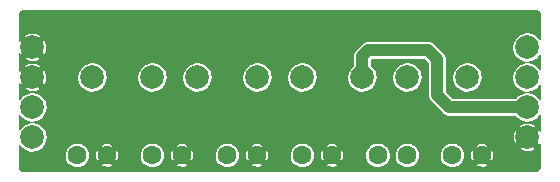
<source format=gbr>
%TF.GenerationSoftware,KiCad,Pcbnew,(6.0.0)*%
%TF.CreationDate,2022-01-14T09:56:19+02:00*%
%TF.ProjectId,uSDX_BPF,75534458-5f42-4504-962e-6b696361645f,rev?*%
%TF.SameCoordinates,Original*%
%TF.FileFunction,Copper,L1,Top*%
%TF.FilePolarity,Positive*%
%FSLAX46Y46*%
G04 Gerber Fmt 4.6, Leading zero omitted, Abs format (unit mm)*
G04 Created by KiCad (PCBNEW (6.0.0)) date 2022-01-14 09:56:19*
%MOMM*%
%LPD*%
G01*
G04 APERTURE LIST*
%TA.AperFunction,ComponentPad*%
%ADD10C,1.600000*%
%TD*%
%TA.AperFunction,ComponentPad*%
%ADD11C,2.000000*%
%TD*%
%TA.AperFunction,ViaPad*%
%ADD12C,0.800000*%
%TD*%
%TA.AperFunction,Conductor*%
%ADD13C,1.000000*%
%TD*%
G04 APERTURE END LIST*
D10*
%TO.P,C6,2*%
%TO.N,GND*%
X93940000Y-45466000D03*
%TO.P,C6,1*%
%TO.N,Net-(C5-Pad1)*%
X91440000Y-45466000D03*
%TD*%
%TO.P,C5,2*%
%TO.N,Net-(C4-Pad1)*%
X85130000Y-45466000D03*
%TO.P,C5,1*%
%TO.N,Net-(C5-Pad1)*%
X87630000Y-45466000D03*
%TD*%
%TO.P,C4,2*%
%TO.N,GND*%
X81240000Y-45466000D03*
%TO.P,C4,1*%
%TO.N,Net-(C4-Pad1)*%
X78740000Y-45466000D03*
%TD*%
%TO.P,C3,2*%
%TO.N,GND*%
X74890000Y-45466000D03*
%TO.P,C3,1*%
%TO.N,Net-(C3-Pad1)*%
X72390000Y-45466000D03*
%TD*%
%TO.P,C2,2*%
%TO.N,GND*%
X68540000Y-45466000D03*
%TO.P,C2,1*%
%TO.N,Net-(C2-Pad1)*%
X66040000Y-45466000D03*
%TD*%
%TO.P,C1,2*%
%TO.N,GND*%
X62190000Y-45466000D03*
%TO.P,C1,1*%
%TO.N,Net-(C1-Pad1)*%
X59690000Y-45466000D03*
%TD*%
D11*
%TO.P,L4,2*%
%TO.N,Net-(L4-Pad2)*%
X92710000Y-38862000D03*
%TO.P,L4,1*%
%TO.N,Net-(C5-Pad1)*%
X87630000Y-38862000D03*
%TD*%
%TO.P,L3,2*%
%TO.N,Net-(C4-Pad1)*%
X83820000Y-38862000D03*
%TO.P,L3,1*%
%TO.N,Net-(C3-Pad1)*%
X78740000Y-38862000D03*
%TD*%
%TO.P,L2,2*%
%TO.N,Net-(C3-Pad1)*%
X74930000Y-38862000D03*
%TO.P,L2,1*%
%TO.N,Net-(C2-Pad1)*%
X69850000Y-38862000D03*
%TD*%
%TO.P,L1,2*%
%TO.N,Net-(C2-Pad1)*%
X66040000Y-38862000D03*
%TO.P,L1,1*%
%TO.N,Net-(C1-Pad1)*%
X60960000Y-38862000D03*
%TD*%
%TO.P,GND,1*%
%TO.N,GND*%
X55880000Y-36322000D03*
%TD*%
%TO.P, ,1*%
%TO.N,GND*%
X55880000Y-38862000D03*
%TD*%
%TO.P,ANT2,1*%
%TO.N,Net-(C1-Pad1)*%
X55880000Y-41402000D03*
%TD*%
%TO.P,ANT1,1*%
%TO.N,Net-(C1-Pad1)*%
X55880000Y-43942000D03*
%TD*%
%TO.P,+12V,1*%
%TO.N,Net-(L4-Pad2)*%
X97790000Y-36322000D03*
%TD*%
%TO.P,TX,1*%
%TO.N,Net-(C5-Pad1)*%
X97790000Y-38862000D03*
%TD*%
%TO.P,RX,1*%
%TO.N,Net-(C4-Pad1)*%
X97790000Y-41402000D03*
%TD*%
%TO.P,GND,1*%
%TO.N,GND*%
X97790000Y-43942000D03*
%TD*%
D12*
%TO.N,GND*%
X57912000Y-34798000D03*
X66548000Y-35052000D03*
X63500000Y-35052000D03*
X59944000Y-42672000D03*
X63500000Y-38862000D03*
X63500000Y-43180000D03*
X71120000Y-40386000D03*
X72390000Y-37846000D03*
X70612000Y-34544000D03*
X74422000Y-34544000D03*
X68072000Y-37084000D03*
X70358000Y-42672000D03*
X68072000Y-43180000D03*
X74168000Y-42672000D03*
X76708000Y-37084000D03*
X76962000Y-40640000D03*
X76708000Y-43434000D03*
X82296000Y-36830000D03*
X79756000Y-35814000D03*
X79756000Y-40640000D03*
X84582000Y-35052000D03*
X88138000Y-35052000D03*
X86360000Y-40894000D03*
X86360000Y-43180000D03*
X85852000Y-38100000D03*
X57912000Y-39878000D03*
X90678000Y-35560000D03*
X91694000Y-37084000D03*
X89154000Y-41402000D03*
X90170000Y-42672000D03*
X94488000Y-42672000D03*
X96012000Y-42672000D03*
X96012000Y-45212000D03*
X95758000Y-37846000D03*
X94488000Y-39116000D03*
X93472000Y-35052000D03*
X83566000Y-41910000D03*
X82296000Y-43180000D03*
%TD*%
D13*
%TO.N,Net-(C4-Pad1)*%
X83820000Y-37084000D02*
X83820000Y-38862000D01*
X84328000Y-36576000D02*
X83820000Y-37084000D01*
X89408000Y-36576000D02*
X84328000Y-36576000D01*
X90170000Y-37338000D02*
X89408000Y-36576000D01*
X90170000Y-40386000D02*
X90170000Y-37338000D01*
X91186000Y-41402000D02*
X90170000Y-40386000D01*
X97790000Y-41402000D02*
X91186000Y-41402000D01*
%TD*%
%TA.AperFunction,Conductor*%
%TO.N,GND*%
G36*
X98538486Y-33171670D02*
G01*
X98545767Y-33173621D01*
X98545768Y-33173621D01*
X98552000Y-33175291D01*
X98558232Y-33173621D01*
X98564683Y-33173621D01*
X98564683Y-33173686D01*
X98574902Y-33173015D01*
X98638264Y-33181357D01*
X98650617Y-33184668D01*
X98725042Y-33215495D01*
X98736114Y-33221887D01*
X98800029Y-33270931D01*
X98809069Y-33279971D01*
X98858113Y-33343886D01*
X98864506Y-33354960D01*
X98895332Y-33429382D01*
X98898643Y-33441737D01*
X98906985Y-33505097D01*
X98906314Y-33515317D01*
X98906379Y-33515317D01*
X98906379Y-33521768D01*
X98904709Y-33528000D01*
X98906379Y-33534232D01*
X98906379Y-33534233D01*
X98908330Y-33541514D01*
X98910000Y-33554196D01*
X98910000Y-35668868D01*
X98895648Y-35703516D01*
X98861000Y-35717868D01*
X98826352Y-35703516D01*
X98819223Y-35694474D01*
X98818972Y-35694064D01*
X98817980Y-35692053D01*
X98685967Y-35515267D01*
X98523949Y-35365499D01*
X98337350Y-35247764D01*
X98256389Y-35215464D01*
X98134505Y-35166837D01*
X98134501Y-35166836D01*
X98132421Y-35166006D01*
X98130220Y-35165568D01*
X98130216Y-35165567D01*
X97988988Y-35137475D01*
X97916024Y-35122962D01*
X97810920Y-35121586D01*
X97697654Y-35120103D01*
X97697649Y-35120103D01*
X97695406Y-35120074D01*
X97693189Y-35120455D01*
X97693188Y-35120455D01*
X97626857Y-35131853D01*
X97477957Y-35157438D01*
X97475853Y-35158214D01*
X97475850Y-35158215D01*
X97273065Y-35233026D01*
X97273062Y-35233027D01*
X97270957Y-35233804D01*
X97269029Y-35234951D01*
X97269027Y-35234952D01*
X97083272Y-35345465D01*
X97081341Y-35346614D01*
X97079653Y-35348094D01*
X97079652Y-35348095D01*
X97058067Y-35367025D01*
X96915457Y-35492090D01*
X96914072Y-35493847D01*
X96914069Y-35493850D01*
X96780252Y-35663598D01*
X96778863Y-35665360D01*
X96777817Y-35667348D01*
X96694486Y-35825734D01*
X96676131Y-35860620D01*
X96610703Y-36071333D01*
X96610439Y-36073565D01*
X96610438Y-36073569D01*
X96585034Y-36288208D01*
X96584770Y-36290440D01*
X96599200Y-36510604D01*
X96599753Y-36512783D01*
X96599754Y-36512787D01*
X96643554Y-36685248D01*
X96653511Y-36724452D01*
X96654447Y-36726482D01*
X96654449Y-36726488D01*
X96744940Y-36922776D01*
X96745883Y-36924821D01*
X96873222Y-37105002D01*
X96874834Y-37106572D01*
X97029660Y-37257399D01*
X97029663Y-37257402D01*
X97031264Y-37258961D01*
X97033126Y-37260205D01*
X97033127Y-37260206D01*
X97186003Y-37362354D01*
X97214717Y-37381540D01*
X97417436Y-37468635D01*
X97446697Y-37475256D01*
X97630442Y-37516834D01*
X97630448Y-37516835D01*
X97632632Y-37517329D01*
X97725492Y-37520977D01*
X97850851Y-37525903D01*
X97850854Y-37525903D01*
X97853098Y-37525991D01*
X97855317Y-37525669D01*
X97855322Y-37525669D01*
X97962275Y-37510161D01*
X98071452Y-37494331D01*
X98073574Y-37493611D01*
X98073577Y-37493610D01*
X98215781Y-37445338D01*
X98280379Y-37423410D01*
X98332087Y-37394452D01*
X98470922Y-37316701D01*
X98470924Y-37316700D01*
X98472884Y-37315602D01*
X98486813Y-37304018D01*
X98640795Y-37175951D01*
X98642518Y-37174518D01*
X98678428Y-37131341D01*
X98782166Y-37006611D01*
X98782168Y-37006609D01*
X98783602Y-37004884D01*
X98818248Y-36943019D01*
X98847699Y-36919801D01*
X98884942Y-36924209D01*
X98908160Y-36953660D01*
X98910000Y-36966961D01*
X98910000Y-38208868D01*
X98895648Y-38243516D01*
X98861000Y-38257868D01*
X98826352Y-38243516D01*
X98819223Y-38234474D01*
X98818972Y-38234064D01*
X98817980Y-38232053D01*
X98685967Y-38055267D01*
X98523949Y-37905499D01*
X98337350Y-37787764D01*
X98256389Y-37755464D01*
X98134505Y-37706837D01*
X98134501Y-37706836D01*
X98132421Y-37706006D01*
X98130220Y-37705568D01*
X98130216Y-37705567D01*
X97988988Y-37677475D01*
X97916024Y-37662962D01*
X97810920Y-37661586D01*
X97697654Y-37660103D01*
X97697649Y-37660103D01*
X97695406Y-37660074D01*
X97693189Y-37660455D01*
X97693188Y-37660455D01*
X97626857Y-37671853D01*
X97477957Y-37697438D01*
X97475853Y-37698214D01*
X97475850Y-37698215D01*
X97273065Y-37773026D01*
X97273062Y-37773027D01*
X97270957Y-37773804D01*
X97269029Y-37774951D01*
X97269027Y-37774952D01*
X97085072Y-37884394D01*
X97081341Y-37886614D01*
X97079653Y-37888094D01*
X97079652Y-37888095D01*
X97058067Y-37907025D01*
X96915457Y-38032090D01*
X96914072Y-38033847D01*
X96914069Y-38033850D01*
X96780252Y-38203598D01*
X96778863Y-38205360D01*
X96777817Y-38207348D01*
X96694486Y-38365734D01*
X96676131Y-38400620D01*
X96610703Y-38611333D01*
X96610439Y-38613565D01*
X96610438Y-38613569D01*
X96585034Y-38828208D01*
X96584770Y-38830440D01*
X96599200Y-39050604D01*
X96599753Y-39052783D01*
X96599754Y-39052787D01*
X96623320Y-39145577D01*
X96653511Y-39264452D01*
X96654447Y-39266482D01*
X96654449Y-39266488D01*
X96744940Y-39462776D01*
X96745883Y-39464821D01*
X96873222Y-39645002D01*
X96874834Y-39646572D01*
X97029660Y-39797399D01*
X97029663Y-39797402D01*
X97031264Y-39798961D01*
X97033126Y-39800205D01*
X97033127Y-39800206D01*
X97206399Y-39915982D01*
X97214717Y-39921540D01*
X97417436Y-40008635D01*
X97446697Y-40015256D01*
X97630442Y-40056834D01*
X97630448Y-40056835D01*
X97632632Y-40057329D01*
X97725492Y-40060977D01*
X97850851Y-40065903D01*
X97850854Y-40065903D01*
X97853098Y-40065991D01*
X97855317Y-40065669D01*
X97855322Y-40065669D01*
X97962275Y-40050161D01*
X98071452Y-40034331D01*
X98073574Y-40033611D01*
X98073577Y-40033610D01*
X98215781Y-39985338D01*
X98280379Y-39963410D01*
X98302473Y-39951037D01*
X98470922Y-39856701D01*
X98470924Y-39856700D01*
X98472884Y-39855602D01*
X98497604Y-39835043D01*
X98640795Y-39715951D01*
X98642518Y-39714518D01*
X98649054Y-39706659D01*
X98782166Y-39546611D01*
X98782168Y-39546609D01*
X98783602Y-39544884D01*
X98818248Y-39483019D01*
X98847699Y-39459801D01*
X98884942Y-39464209D01*
X98908160Y-39493660D01*
X98910000Y-39506961D01*
X98910000Y-40748868D01*
X98895648Y-40783516D01*
X98861000Y-40797868D01*
X98826352Y-40783516D01*
X98819223Y-40774474D01*
X98818972Y-40774064D01*
X98817980Y-40772053D01*
X98815278Y-40768434D01*
X98687315Y-40597072D01*
X98687314Y-40597071D01*
X98685967Y-40595267D01*
X98684313Y-40593738D01*
X98525600Y-40447025D01*
X98525599Y-40447024D01*
X98523949Y-40445499D01*
X98337350Y-40327764D01*
X98300409Y-40313026D01*
X98134505Y-40246837D01*
X98134501Y-40246836D01*
X98132421Y-40246006D01*
X98130220Y-40245568D01*
X98130216Y-40245567D01*
X97988988Y-40217475D01*
X97916024Y-40202962D01*
X97810920Y-40201586D01*
X97697654Y-40200103D01*
X97697649Y-40200103D01*
X97695406Y-40200074D01*
X97693189Y-40200455D01*
X97693188Y-40200455D01*
X97626857Y-40211853D01*
X97477957Y-40237438D01*
X97475853Y-40238214D01*
X97475850Y-40238215D01*
X97273065Y-40313026D01*
X97273062Y-40313027D01*
X97270957Y-40313804D01*
X97269029Y-40314951D01*
X97269027Y-40314952D01*
X97247492Y-40327764D01*
X97081341Y-40426614D01*
X97079653Y-40428094D01*
X97079652Y-40428095D01*
X96932566Y-40557086D01*
X96915457Y-40572090D01*
X96828152Y-40682837D01*
X96795431Y-40701160D01*
X96789672Y-40701500D01*
X91496452Y-40701500D01*
X91461804Y-40687148D01*
X90884852Y-40110195D01*
X90870500Y-40075547D01*
X90870500Y-38830440D01*
X91504770Y-38830440D01*
X91519200Y-39050604D01*
X91519753Y-39052783D01*
X91519754Y-39052787D01*
X91543320Y-39145577D01*
X91573511Y-39264452D01*
X91574447Y-39266482D01*
X91574449Y-39266488D01*
X91664940Y-39462776D01*
X91665883Y-39464821D01*
X91793222Y-39645002D01*
X91794834Y-39646572D01*
X91949660Y-39797399D01*
X91949663Y-39797402D01*
X91951264Y-39798961D01*
X91953126Y-39800205D01*
X91953127Y-39800206D01*
X92126399Y-39915982D01*
X92134717Y-39921540D01*
X92337436Y-40008635D01*
X92366697Y-40015256D01*
X92550442Y-40056834D01*
X92550448Y-40056835D01*
X92552632Y-40057329D01*
X92645492Y-40060977D01*
X92770851Y-40065903D01*
X92770854Y-40065903D01*
X92773098Y-40065991D01*
X92775317Y-40065669D01*
X92775322Y-40065669D01*
X92882275Y-40050161D01*
X92991452Y-40034331D01*
X92993574Y-40033611D01*
X92993577Y-40033610D01*
X93135781Y-39985338D01*
X93200379Y-39963410D01*
X93222473Y-39951037D01*
X93390922Y-39856701D01*
X93390924Y-39856700D01*
X93392884Y-39855602D01*
X93417604Y-39835043D01*
X93560795Y-39715951D01*
X93562518Y-39714518D01*
X93569054Y-39706659D01*
X93702166Y-39546611D01*
X93702168Y-39546609D01*
X93703602Y-39544884D01*
X93745650Y-39469803D01*
X93810314Y-39354336D01*
X93811410Y-39352379D01*
X93882331Y-39143452D01*
X93913991Y-38925098D01*
X93915643Y-38862000D01*
X93912538Y-38828208D01*
X93895660Y-38644526D01*
X93895659Y-38644521D01*
X93895454Y-38642289D01*
X93854168Y-38495897D01*
X93836177Y-38432105D01*
X93836176Y-38432102D01*
X93835565Y-38429936D01*
X93737980Y-38232053D01*
X93605967Y-38055267D01*
X93443949Y-37905499D01*
X93257350Y-37787764D01*
X93176389Y-37755464D01*
X93054505Y-37706837D01*
X93054501Y-37706836D01*
X93052421Y-37706006D01*
X93050220Y-37705568D01*
X93050216Y-37705567D01*
X92908988Y-37677475D01*
X92836024Y-37662962D01*
X92730920Y-37661586D01*
X92617654Y-37660103D01*
X92617649Y-37660103D01*
X92615406Y-37660074D01*
X92613189Y-37660455D01*
X92613188Y-37660455D01*
X92546857Y-37671853D01*
X92397957Y-37697438D01*
X92395853Y-37698214D01*
X92395850Y-37698215D01*
X92193065Y-37773026D01*
X92193062Y-37773027D01*
X92190957Y-37773804D01*
X92189029Y-37774951D01*
X92189027Y-37774952D01*
X92005072Y-37884394D01*
X92001341Y-37886614D01*
X91999653Y-37888094D01*
X91999652Y-37888095D01*
X91978067Y-37907025D01*
X91835457Y-38032090D01*
X91834072Y-38033847D01*
X91834069Y-38033850D01*
X91700252Y-38203598D01*
X91698863Y-38205360D01*
X91697817Y-38207348D01*
X91614486Y-38365734D01*
X91596131Y-38400620D01*
X91530703Y-38611333D01*
X91530439Y-38613565D01*
X91530438Y-38613569D01*
X91505034Y-38828208D01*
X91504770Y-38830440D01*
X90870500Y-38830440D01*
X90870500Y-37364029D01*
X90870613Y-37360696D01*
X90874477Y-37304018D01*
X90874678Y-37301070D01*
X90867329Y-37258961D01*
X90863479Y-37236898D01*
X90863104Y-37234361D01*
X90855631Y-37172614D01*
X90855276Y-37169680D01*
X90854233Y-37166919D01*
X90854231Y-37166912D01*
X90850355Y-37156656D01*
X90847921Y-37147759D01*
X90846037Y-37136961D01*
X90846036Y-37136958D01*
X90845528Y-37134047D01*
X90819340Y-37074387D01*
X90818371Y-37072013D01*
X90796390Y-37013842D01*
X90796389Y-37013841D01*
X90795345Y-37011077D01*
X90787462Y-36999607D01*
X90782977Y-36991549D01*
X90778568Y-36981505D01*
X90778565Y-36981500D01*
X90777379Y-36978798D01*
X90737724Y-36927119D01*
X90736216Y-36925044D01*
X90700987Y-36873786D01*
X90699312Y-36871349D01*
X90697107Y-36869384D01*
X90697104Y-36869381D01*
X90651692Y-36828921D01*
X90649640Y-36826984D01*
X89921729Y-36099072D01*
X89919452Y-36096635D01*
X89882110Y-36053829D01*
X89880169Y-36051604D01*
X89826855Y-36014134D01*
X89824828Y-36012629D01*
X89821203Y-36009786D01*
X89773543Y-35972416D01*
X89760850Y-35966685D01*
X89752844Y-35962118D01*
X89743870Y-35955811D01*
X89743865Y-35955809D01*
X89741453Y-35954113D01*
X89707465Y-35940862D01*
X89680755Y-35930447D01*
X89678391Y-35929453D01*
X89621705Y-35903859D01*
X89621704Y-35903859D01*
X89619016Y-35902645D01*
X89605330Y-35900108D01*
X89596464Y-35897583D01*
X89586242Y-35893598D01*
X89586241Y-35893598D01*
X89583487Y-35892524D01*
X89567117Y-35890369D01*
X89518882Y-35884019D01*
X89516347Y-35883617D01*
X89489552Y-35878651D01*
X89452308Y-35871748D01*
X89389191Y-35875387D01*
X89388636Y-35875419D01*
X89385816Y-35875500D01*
X84354025Y-35875500D01*
X84350692Y-35875387D01*
X84299812Y-35871918D01*
X84291070Y-35871322D01*
X84231994Y-35881633D01*
X84226900Y-35882522D01*
X84224365Y-35882897D01*
X84159680Y-35890724D01*
X84156915Y-35891769D01*
X84156914Y-35891769D01*
X84146653Y-35895646D01*
X84137760Y-35898079D01*
X84134246Y-35898692D01*
X84124046Y-35900473D01*
X84064385Y-35926662D01*
X84062055Y-35927614D01*
X84021153Y-35943069D01*
X84003842Y-35949610D01*
X84003841Y-35949611D01*
X84001077Y-35950655D01*
X83998640Y-35952330D01*
X83998636Y-35952332D01*
X83989603Y-35958540D01*
X83981545Y-35963025D01*
X83971507Y-35967432D01*
X83971504Y-35967434D01*
X83968797Y-35968622D01*
X83920430Y-36005735D01*
X83917116Y-36008278D01*
X83915041Y-36009786D01*
X83910905Y-36012629D01*
X83861349Y-36046688D01*
X83859384Y-36048893D01*
X83859381Y-36048896D01*
X83818929Y-36094299D01*
X83816992Y-36096351D01*
X83343071Y-36570272D01*
X83340634Y-36572549D01*
X83295604Y-36611831D01*
X83258134Y-36665145D01*
X83256635Y-36667164D01*
X83216416Y-36718457D01*
X83210687Y-36731147D01*
X83206118Y-36739156D01*
X83199811Y-36748130D01*
X83199809Y-36748135D01*
X83198113Y-36750547D01*
X83184862Y-36784535D01*
X83174447Y-36811245D01*
X83173453Y-36813609D01*
X83151190Y-36862917D01*
X83146645Y-36872984D01*
X83144338Y-36885432D01*
X83144108Y-36886671D01*
X83141583Y-36895536D01*
X83139335Y-36901303D01*
X83136524Y-36908513D01*
X83136138Y-36911445D01*
X83128019Y-36973118D01*
X83127617Y-36975653D01*
X83124671Y-36991549D01*
X83115748Y-37039692D01*
X83115918Y-37042640D01*
X83119419Y-37103364D01*
X83119500Y-37106184D01*
X83119500Y-37857257D01*
X83102808Y-37894097D01*
X83088067Y-37907025D01*
X82945457Y-38032090D01*
X82944072Y-38033847D01*
X82944069Y-38033850D01*
X82810252Y-38203598D01*
X82808863Y-38205360D01*
X82807817Y-38207348D01*
X82724486Y-38365734D01*
X82706131Y-38400620D01*
X82640703Y-38611333D01*
X82640439Y-38613565D01*
X82640438Y-38613569D01*
X82615034Y-38828208D01*
X82614770Y-38830440D01*
X82629200Y-39050604D01*
X82629753Y-39052783D01*
X82629754Y-39052787D01*
X82653320Y-39145577D01*
X82683511Y-39264452D01*
X82684447Y-39266482D01*
X82684449Y-39266488D01*
X82774940Y-39462776D01*
X82775883Y-39464821D01*
X82903222Y-39645002D01*
X82904834Y-39646572D01*
X83059660Y-39797399D01*
X83059663Y-39797402D01*
X83061264Y-39798961D01*
X83063126Y-39800205D01*
X83063127Y-39800206D01*
X83236399Y-39915982D01*
X83244717Y-39921540D01*
X83447436Y-40008635D01*
X83476697Y-40015256D01*
X83660442Y-40056834D01*
X83660448Y-40056835D01*
X83662632Y-40057329D01*
X83755492Y-40060977D01*
X83880851Y-40065903D01*
X83880854Y-40065903D01*
X83883098Y-40065991D01*
X83885317Y-40065669D01*
X83885322Y-40065669D01*
X83992275Y-40050161D01*
X84101452Y-40034331D01*
X84103574Y-40033611D01*
X84103577Y-40033610D01*
X84245781Y-39985338D01*
X84310379Y-39963410D01*
X84332473Y-39951037D01*
X84500922Y-39856701D01*
X84500924Y-39856700D01*
X84502884Y-39855602D01*
X84527604Y-39835043D01*
X84670795Y-39715951D01*
X84672518Y-39714518D01*
X84679054Y-39706659D01*
X84812166Y-39546611D01*
X84812168Y-39546609D01*
X84813602Y-39544884D01*
X84855650Y-39469803D01*
X84920314Y-39354336D01*
X84921410Y-39352379D01*
X84992331Y-39143452D01*
X85023991Y-38925098D01*
X85025643Y-38862000D01*
X85022743Y-38830440D01*
X86424770Y-38830440D01*
X86439200Y-39050604D01*
X86439753Y-39052783D01*
X86439754Y-39052787D01*
X86463320Y-39145577D01*
X86493511Y-39264452D01*
X86494447Y-39266482D01*
X86494449Y-39266488D01*
X86584940Y-39462776D01*
X86585883Y-39464821D01*
X86713222Y-39645002D01*
X86714834Y-39646572D01*
X86869660Y-39797399D01*
X86869663Y-39797402D01*
X86871264Y-39798961D01*
X86873126Y-39800205D01*
X86873127Y-39800206D01*
X87046399Y-39915982D01*
X87054717Y-39921540D01*
X87257436Y-40008635D01*
X87286697Y-40015256D01*
X87470442Y-40056834D01*
X87470448Y-40056835D01*
X87472632Y-40057329D01*
X87565492Y-40060977D01*
X87690851Y-40065903D01*
X87690854Y-40065903D01*
X87693098Y-40065991D01*
X87695317Y-40065669D01*
X87695322Y-40065669D01*
X87802275Y-40050161D01*
X87911452Y-40034331D01*
X87913574Y-40033611D01*
X87913577Y-40033610D01*
X88055781Y-39985338D01*
X88120379Y-39963410D01*
X88142473Y-39951037D01*
X88310922Y-39856701D01*
X88310924Y-39856700D01*
X88312884Y-39855602D01*
X88337604Y-39835043D01*
X88480795Y-39715951D01*
X88482518Y-39714518D01*
X88489054Y-39706659D01*
X88622166Y-39546611D01*
X88622168Y-39546609D01*
X88623602Y-39544884D01*
X88665650Y-39469803D01*
X88730314Y-39354336D01*
X88731410Y-39352379D01*
X88802331Y-39143452D01*
X88833991Y-38925098D01*
X88835643Y-38862000D01*
X88832538Y-38828208D01*
X88815660Y-38644526D01*
X88815659Y-38644521D01*
X88815454Y-38642289D01*
X88774168Y-38495897D01*
X88756177Y-38432105D01*
X88756176Y-38432102D01*
X88755565Y-38429936D01*
X88657980Y-38232053D01*
X88525967Y-38055267D01*
X88363949Y-37905499D01*
X88177350Y-37787764D01*
X88096389Y-37755464D01*
X87974505Y-37706837D01*
X87974501Y-37706836D01*
X87972421Y-37706006D01*
X87970220Y-37705568D01*
X87970216Y-37705567D01*
X87828988Y-37677475D01*
X87756024Y-37662962D01*
X87650920Y-37661586D01*
X87537654Y-37660103D01*
X87537649Y-37660103D01*
X87535406Y-37660074D01*
X87533189Y-37660455D01*
X87533188Y-37660455D01*
X87466857Y-37671853D01*
X87317957Y-37697438D01*
X87315853Y-37698214D01*
X87315850Y-37698215D01*
X87113065Y-37773026D01*
X87113062Y-37773027D01*
X87110957Y-37773804D01*
X87109029Y-37774951D01*
X87109027Y-37774952D01*
X86925072Y-37884394D01*
X86921341Y-37886614D01*
X86919653Y-37888094D01*
X86919652Y-37888095D01*
X86898067Y-37907025D01*
X86755457Y-38032090D01*
X86754072Y-38033847D01*
X86754069Y-38033850D01*
X86620252Y-38203598D01*
X86618863Y-38205360D01*
X86617817Y-38207348D01*
X86534486Y-38365734D01*
X86516131Y-38400620D01*
X86450703Y-38611333D01*
X86450439Y-38613565D01*
X86450438Y-38613569D01*
X86425034Y-38828208D01*
X86424770Y-38830440D01*
X85022743Y-38830440D01*
X85022538Y-38828208D01*
X85005660Y-38644526D01*
X85005659Y-38644521D01*
X85005454Y-38642289D01*
X84964168Y-38495897D01*
X84946177Y-38432105D01*
X84946176Y-38432102D01*
X84945565Y-38429936D01*
X84847980Y-38232053D01*
X84715967Y-38055267D01*
X84553949Y-37905499D01*
X84552046Y-37904298D01*
X84543352Y-37898812D01*
X84521708Y-37868185D01*
X84520500Y-37857372D01*
X84520500Y-37394452D01*
X84534852Y-37359804D01*
X84603804Y-37290852D01*
X84638452Y-37276500D01*
X89097548Y-37276500D01*
X89132196Y-37290852D01*
X89455148Y-37613805D01*
X89469500Y-37648453D01*
X89469500Y-40359971D01*
X89469387Y-40363303D01*
X89465322Y-40422930D01*
X89475633Y-40482006D01*
X89476522Y-40487100D01*
X89476897Y-40489635D01*
X89484724Y-40554320D01*
X89485769Y-40557085D01*
X89485769Y-40557086D01*
X89489646Y-40567347D01*
X89492079Y-40576240D01*
X89494473Y-40589954D01*
X89495659Y-40592655D01*
X89495659Y-40592656D01*
X89520658Y-40649606D01*
X89521626Y-40651979D01*
X89544655Y-40712923D01*
X89546325Y-40715353D01*
X89546326Y-40715355D01*
X89552541Y-40724398D01*
X89557024Y-40732452D01*
X89562621Y-40745202D01*
X89564422Y-40747549D01*
X89602276Y-40796881D01*
X89603784Y-40798956D01*
X89640688Y-40852651D01*
X89642893Y-40854616D01*
X89642896Y-40854619D01*
X89688308Y-40895079D01*
X89690360Y-40897016D01*
X90672271Y-41878928D01*
X90674548Y-41881365D01*
X90713831Y-41926396D01*
X90767145Y-41963866D01*
X90769164Y-41965365D01*
X90820457Y-42005584D01*
X90833150Y-42011315D01*
X90841156Y-42015882D01*
X90850130Y-42022189D01*
X90850135Y-42022191D01*
X90852547Y-42023887D01*
X90877613Y-42033660D01*
X90913245Y-42047553D01*
X90915609Y-42048547D01*
X90972295Y-42074141D01*
X90974984Y-42075355D01*
X90987432Y-42077662D01*
X90988671Y-42077892D01*
X90997536Y-42080417D01*
X91003962Y-42082922D01*
X91010513Y-42085476D01*
X91013445Y-42085862D01*
X91075118Y-42093981D01*
X91077653Y-42094383D01*
X91101074Y-42098724D01*
X91141692Y-42106252D01*
X91205364Y-42102581D01*
X91208184Y-42102500D01*
X96789543Y-42102500D01*
X96824191Y-42116852D01*
X96829558Y-42123220D01*
X96871921Y-42183163D01*
X96871929Y-42183172D01*
X96873222Y-42185002D01*
X96874826Y-42186565D01*
X96874829Y-42186568D01*
X97029660Y-42337399D01*
X97029663Y-42337402D01*
X97031264Y-42338961D01*
X97033126Y-42340205D01*
X97033127Y-42340206D01*
X97117678Y-42396701D01*
X97214717Y-42461540D01*
X97417436Y-42548635D01*
X97481299Y-42563086D01*
X97630442Y-42596834D01*
X97630448Y-42596835D01*
X97632632Y-42597329D01*
X97725492Y-42600977D01*
X97850851Y-42605903D01*
X97850854Y-42605903D01*
X97853098Y-42605991D01*
X97855317Y-42605669D01*
X97855322Y-42605669D01*
X97962275Y-42590161D01*
X98071452Y-42574331D01*
X98073574Y-42573611D01*
X98073577Y-42573610D01*
X98181785Y-42536878D01*
X98280379Y-42503410D01*
X98302473Y-42491037D01*
X98470922Y-42396701D01*
X98470924Y-42396700D01*
X98472884Y-42395602D01*
X98642518Y-42254518D01*
X98649054Y-42246659D01*
X98782166Y-42086611D01*
X98782168Y-42086609D01*
X98783602Y-42084884D01*
X98788939Y-42075355D01*
X98818248Y-42023019D01*
X98847699Y-41999801D01*
X98884942Y-42004209D01*
X98908160Y-42033660D01*
X98910000Y-42046961D01*
X98910000Y-43402689D01*
X98895648Y-43437337D01*
X98861000Y-43451689D01*
X98826352Y-43437337D01*
X98817053Y-43424361D01*
X98775731Y-43340568D01*
X98773390Y-43336749D01*
X98771130Y-43333722D01*
X98764718Y-43329907D01*
X98760140Y-43331070D01*
X98156103Y-43935107D01*
X98153248Y-43942000D01*
X98156103Y-43948893D01*
X98757013Y-44549803D01*
X98763906Y-44552658D01*
X98766850Y-44551439D01*
X98818248Y-44459660D01*
X98847699Y-44436442D01*
X98884942Y-44440850D01*
X98908160Y-44470301D01*
X98910000Y-44483602D01*
X98910000Y-46471385D01*
X98909575Y-46471385D01*
X98909812Y-46471991D01*
X98908546Y-46476070D01*
X98909970Y-46482360D01*
X98909815Y-46486317D01*
X98910000Y-46487968D01*
X98910000Y-46495664D01*
X98909354Y-46503593D01*
X98899296Y-46564930D01*
X98895895Y-46576500D01*
X98862562Y-46653344D01*
X98856437Y-46663735D01*
X98805342Y-46730110D01*
X98796869Y-46738685D01*
X98731101Y-46790574D01*
X98720792Y-46796817D01*
X98644348Y-46831065D01*
X98632822Y-46834602D01*
X98616272Y-46837519D01*
X98567151Y-46846175D01*
X98556008Y-46845973D01*
X98550384Y-46846261D01*
X98544076Y-46844911D01*
X98535693Y-46847623D01*
X98520617Y-46850000D01*
X55145410Y-46850000D01*
X55133016Y-46848407D01*
X55123294Y-46845865D01*
X55123293Y-46845865D01*
X55117055Y-46844234D01*
X55110837Y-46845941D01*
X55104384Y-46845980D01*
X55104383Y-46845874D01*
X55094192Y-46846591D01*
X55045041Y-46840296D01*
X55029880Y-46838355D01*
X55017284Y-46834993D01*
X54942179Y-46803742D01*
X54930919Y-46797178D01*
X54897463Y-46771146D01*
X54866720Y-46747225D01*
X54857586Y-46737920D01*
X54808837Y-46672807D01*
X54802480Y-46661421D01*
X54772629Y-46585750D01*
X54769502Y-46573093D01*
X54768611Y-46564930D01*
X54762462Y-46508645D01*
X54763368Y-46498469D01*
X54763262Y-46498466D01*
X54763421Y-46492016D01*
X54765244Y-46485827D01*
X54761372Y-46469808D01*
X54760000Y-46458296D01*
X54760000Y-45451963D01*
X58684757Y-45451963D01*
X58684957Y-45454345D01*
X58684957Y-45454349D01*
X58692966Y-45549723D01*
X58701175Y-45647483D01*
X58701835Y-45649784D01*
X58750513Y-45819542D01*
X58755258Y-45836091D01*
X58756352Y-45838220D01*
X58756353Y-45838222D01*
X58803628Y-45930208D01*
X58844944Y-46010601D01*
X58966818Y-46164369D01*
X58968644Y-46165923D01*
X58968645Y-46165924D01*
X59109790Y-46286047D01*
X59116238Y-46291535D01*
X59287513Y-46387257D01*
X59319305Y-46397587D01*
X59471836Y-46447148D01*
X59471840Y-46447149D01*
X59474118Y-46447889D01*
X59668946Y-46471121D01*
X59864576Y-46456068D01*
X60053556Y-46403303D01*
X60055685Y-46402228D01*
X60055689Y-46402226D01*
X60179692Y-46339587D01*
X60228689Y-46314837D01*
X60256716Y-46292940D01*
X61726308Y-46292940D01*
X61727524Y-46295876D01*
X61805735Y-46339587D01*
X61810106Y-46341497D01*
X61982732Y-46397587D01*
X61987399Y-46398612D01*
X62167629Y-46420104D01*
X62172393Y-46420204D01*
X62353379Y-46406278D01*
X62358069Y-46405451D01*
X62532903Y-46356637D01*
X62537339Y-46354917D01*
X62649801Y-46298107D01*
X62654667Y-46292450D01*
X62654458Y-46289668D01*
X62196893Y-45832103D01*
X62190000Y-45829248D01*
X62183107Y-45832103D01*
X61729163Y-46286047D01*
X61726308Y-46292940D01*
X60256716Y-46292940D01*
X60383303Y-46194040D01*
X60407572Y-46165924D01*
X60509938Y-46047332D01*
X60509942Y-46047327D01*
X60511509Y-46045511D01*
X60608425Y-45874909D01*
X60616048Y-45851995D01*
X60669602Y-45691004D01*
X60670358Y-45688732D01*
X60694949Y-45494071D01*
X60695341Y-45466000D01*
X60694268Y-45455057D01*
X61235696Y-45455057D01*
X61250886Y-45635936D01*
X61251746Y-45640624D01*
X61301778Y-45815110D01*
X61303533Y-45819542D01*
X61358048Y-45925616D01*
X61363739Y-45930442D01*
X61366582Y-45930208D01*
X61823897Y-45472893D01*
X61826752Y-45466000D01*
X62553248Y-45466000D01*
X62556103Y-45472893D01*
X63010040Y-45926830D01*
X63016933Y-45929685D01*
X63019932Y-45928443D01*
X63060883Y-45856356D01*
X63062825Y-45851995D01*
X63120119Y-45679762D01*
X63121175Y-45675116D01*
X63144054Y-45494008D01*
X63144244Y-45491284D01*
X63144578Y-45467371D01*
X63144463Y-45464636D01*
X63143220Y-45451963D01*
X65034757Y-45451963D01*
X65034957Y-45454345D01*
X65034957Y-45454349D01*
X65042966Y-45549723D01*
X65051175Y-45647483D01*
X65051835Y-45649784D01*
X65100513Y-45819542D01*
X65105258Y-45836091D01*
X65106352Y-45838220D01*
X65106353Y-45838222D01*
X65153628Y-45930208D01*
X65194944Y-46010601D01*
X65316818Y-46164369D01*
X65318644Y-46165923D01*
X65318645Y-46165924D01*
X65459790Y-46286047D01*
X65466238Y-46291535D01*
X65637513Y-46387257D01*
X65669305Y-46397587D01*
X65821836Y-46447148D01*
X65821840Y-46447149D01*
X65824118Y-46447889D01*
X66018946Y-46471121D01*
X66214576Y-46456068D01*
X66403556Y-46403303D01*
X66405685Y-46402228D01*
X66405689Y-46402226D01*
X66529692Y-46339587D01*
X66578689Y-46314837D01*
X66606716Y-46292940D01*
X68076308Y-46292940D01*
X68077524Y-46295876D01*
X68155735Y-46339587D01*
X68160106Y-46341497D01*
X68332732Y-46397587D01*
X68337399Y-46398612D01*
X68517629Y-46420104D01*
X68522393Y-46420204D01*
X68703379Y-46406278D01*
X68708069Y-46405451D01*
X68882903Y-46356637D01*
X68887339Y-46354917D01*
X68999801Y-46298107D01*
X69004667Y-46292450D01*
X69004458Y-46289668D01*
X68546893Y-45832103D01*
X68540000Y-45829248D01*
X68533107Y-45832103D01*
X68079163Y-46286047D01*
X68076308Y-46292940D01*
X66606716Y-46292940D01*
X66733303Y-46194040D01*
X66757572Y-46165924D01*
X66859938Y-46047332D01*
X66859942Y-46047327D01*
X66861509Y-46045511D01*
X66958425Y-45874909D01*
X66966048Y-45851995D01*
X67019602Y-45691004D01*
X67020358Y-45688732D01*
X67044949Y-45494071D01*
X67045341Y-45466000D01*
X67044268Y-45455057D01*
X67585696Y-45455057D01*
X67600886Y-45635936D01*
X67601746Y-45640624D01*
X67651778Y-45815110D01*
X67653533Y-45819542D01*
X67708048Y-45925616D01*
X67713739Y-45930442D01*
X67716582Y-45930208D01*
X68173897Y-45472893D01*
X68176752Y-45466000D01*
X68903248Y-45466000D01*
X68906103Y-45472893D01*
X69360040Y-45926830D01*
X69366933Y-45929685D01*
X69369932Y-45928443D01*
X69410883Y-45856356D01*
X69412825Y-45851995D01*
X69470119Y-45679762D01*
X69471175Y-45675116D01*
X69494054Y-45494008D01*
X69494244Y-45491284D01*
X69494578Y-45467371D01*
X69494463Y-45464636D01*
X69493220Y-45451963D01*
X71384757Y-45451963D01*
X71384957Y-45454345D01*
X71384957Y-45454349D01*
X71392966Y-45549723D01*
X71401175Y-45647483D01*
X71401835Y-45649784D01*
X71450513Y-45819542D01*
X71455258Y-45836091D01*
X71456352Y-45838220D01*
X71456353Y-45838222D01*
X71503628Y-45930208D01*
X71544944Y-46010601D01*
X71666818Y-46164369D01*
X71668644Y-46165923D01*
X71668645Y-46165924D01*
X71809790Y-46286047D01*
X71816238Y-46291535D01*
X71987513Y-46387257D01*
X72019305Y-46397587D01*
X72171836Y-46447148D01*
X72171840Y-46447149D01*
X72174118Y-46447889D01*
X72368946Y-46471121D01*
X72564576Y-46456068D01*
X72753556Y-46403303D01*
X72755685Y-46402228D01*
X72755689Y-46402226D01*
X72879692Y-46339587D01*
X72928689Y-46314837D01*
X72956716Y-46292940D01*
X74426308Y-46292940D01*
X74427524Y-46295876D01*
X74505735Y-46339587D01*
X74510106Y-46341497D01*
X74682732Y-46397587D01*
X74687399Y-46398612D01*
X74867629Y-46420104D01*
X74872393Y-46420204D01*
X75053379Y-46406278D01*
X75058069Y-46405451D01*
X75232903Y-46356637D01*
X75237339Y-46354917D01*
X75349801Y-46298107D01*
X75354667Y-46292450D01*
X75354458Y-46289668D01*
X74896893Y-45832103D01*
X74890000Y-45829248D01*
X74883107Y-45832103D01*
X74429163Y-46286047D01*
X74426308Y-46292940D01*
X72956716Y-46292940D01*
X73083303Y-46194040D01*
X73107572Y-46165924D01*
X73209938Y-46047332D01*
X73209942Y-46047327D01*
X73211509Y-46045511D01*
X73308425Y-45874909D01*
X73316048Y-45851995D01*
X73369602Y-45691004D01*
X73370358Y-45688732D01*
X73394949Y-45494071D01*
X73395341Y-45466000D01*
X73394268Y-45455057D01*
X73935696Y-45455057D01*
X73950886Y-45635936D01*
X73951746Y-45640624D01*
X74001778Y-45815110D01*
X74003533Y-45819542D01*
X74058048Y-45925616D01*
X74063739Y-45930442D01*
X74066582Y-45930208D01*
X74523897Y-45472893D01*
X74526752Y-45466000D01*
X75253248Y-45466000D01*
X75256103Y-45472893D01*
X75710040Y-45926830D01*
X75716933Y-45929685D01*
X75719932Y-45928443D01*
X75760883Y-45856356D01*
X75762825Y-45851995D01*
X75820119Y-45679762D01*
X75821175Y-45675116D01*
X75844054Y-45494008D01*
X75844244Y-45491284D01*
X75844578Y-45467371D01*
X75844463Y-45464636D01*
X75843220Y-45451963D01*
X77734757Y-45451963D01*
X77734957Y-45454345D01*
X77734957Y-45454349D01*
X77742966Y-45549723D01*
X77751175Y-45647483D01*
X77751835Y-45649784D01*
X77800513Y-45819542D01*
X77805258Y-45836091D01*
X77806352Y-45838220D01*
X77806353Y-45838222D01*
X77853628Y-45930208D01*
X77894944Y-46010601D01*
X78016818Y-46164369D01*
X78018644Y-46165923D01*
X78018645Y-46165924D01*
X78159790Y-46286047D01*
X78166238Y-46291535D01*
X78337513Y-46387257D01*
X78369305Y-46397587D01*
X78521836Y-46447148D01*
X78521840Y-46447149D01*
X78524118Y-46447889D01*
X78718946Y-46471121D01*
X78914576Y-46456068D01*
X79103556Y-46403303D01*
X79105685Y-46402228D01*
X79105689Y-46402226D01*
X79229692Y-46339587D01*
X79278689Y-46314837D01*
X79306716Y-46292940D01*
X80776308Y-46292940D01*
X80777524Y-46295876D01*
X80855735Y-46339587D01*
X80860106Y-46341497D01*
X81032732Y-46397587D01*
X81037399Y-46398612D01*
X81217629Y-46420104D01*
X81222393Y-46420204D01*
X81403379Y-46406278D01*
X81408069Y-46405451D01*
X81582903Y-46356637D01*
X81587339Y-46354917D01*
X81699801Y-46298107D01*
X81704667Y-46292450D01*
X81704458Y-46289668D01*
X81246893Y-45832103D01*
X81240000Y-45829248D01*
X81233107Y-45832103D01*
X80779163Y-46286047D01*
X80776308Y-46292940D01*
X79306716Y-46292940D01*
X79433303Y-46194040D01*
X79457572Y-46165924D01*
X79559938Y-46047332D01*
X79559942Y-46047327D01*
X79561509Y-46045511D01*
X79658425Y-45874909D01*
X79666048Y-45851995D01*
X79719602Y-45691004D01*
X79720358Y-45688732D01*
X79744949Y-45494071D01*
X79745341Y-45466000D01*
X79744268Y-45455057D01*
X80285696Y-45455057D01*
X80300886Y-45635936D01*
X80301746Y-45640624D01*
X80351778Y-45815110D01*
X80353533Y-45819542D01*
X80408048Y-45925616D01*
X80413739Y-45930442D01*
X80416582Y-45930208D01*
X80873897Y-45472893D01*
X80876752Y-45466000D01*
X81603248Y-45466000D01*
X81606103Y-45472893D01*
X82060040Y-45926830D01*
X82066933Y-45929685D01*
X82069932Y-45928443D01*
X82110883Y-45856356D01*
X82112825Y-45851995D01*
X82170119Y-45679762D01*
X82171175Y-45675116D01*
X82194054Y-45494008D01*
X82194244Y-45491284D01*
X82194578Y-45467371D01*
X82194463Y-45464636D01*
X82193220Y-45451963D01*
X84124757Y-45451963D01*
X84124957Y-45454345D01*
X84124957Y-45454349D01*
X84132966Y-45549723D01*
X84141175Y-45647483D01*
X84141835Y-45649784D01*
X84190513Y-45819542D01*
X84195258Y-45836091D01*
X84196352Y-45838220D01*
X84196353Y-45838222D01*
X84243628Y-45930208D01*
X84284944Y-46010601D01*
X84406818Y-46164369D01*
X84408644Y-46165923D01*
X84408645Y-46165924D01*
X84549790Y-46286047D01*
X84556238Y-46291535D01*
X84727513Y-46387257D01*
X84759305Y-46397587D01*
X84911836Y-46447148D01*
X84911840Y-46447149D01*
X84914118Y-46447889D01*
X85108946Y-46471121D01*
X85304576Y-46456068D01*
X85493556Y-46403303D01*
X85495685Y-46402228D01*
X85495689Y-46402226D01*
X85619692Y-46339587D01*
X85668689Y-46314837D01*
X85823303Y-46194040D01*
X85847572Y-46165924D01*
X85949938Y-46047332D01*
X85949942Y-46047327D01*
X85951509Y-46045511D01*
X86048425Y-45874909D01*
X86056048Y-45851995D01*
X86109602Y-45691004D01*
X86110358Y-45688732D01*
X86134949Y-45494071D01*
X86135341Y-45466000D01*
X86133965Y-45451963D01*
X86624757Y-45451963D01*
X86624957Y-45454345D01*
X86624957Y-45454349D01*
X86632966Y-45549723D01*
X86641175Y-45647483D01*
X86641835Y-45649784D01*
X86690513Y-45819542D01*
X86695258Y-45836091D01*
X86696352Y-45838220D01*
X86696353Y-45838222D01*
X86743628Y-45930208D01*
X86784944Y-46010601D01*
X86906818Y-46164369D01*
X86908644Y-46165923D01*
X86908645Y-46165924D01*
X87049790Y-46286047D01*
X87056238Y-46291535D01*
X87227513Y-46387257D01*
X87259305Y-46397587D01*
X87411836Y-46447148D01*
X87411840Y-46447149D01*
X87414118Y-46447889D01*
X87608946Y-46471121D01*
X87804576Y-46456068D01*
X87993556Y-46403303D01*
X87995685Y-46402228D01*
X87995689Y-46402226D01*
X88119692Y-46339587D01*
X88168689Y-46314837D01*
X88323303Y-46194040D01*
X88347572Y-46165924D01*
X88449938Y-46047332D01*
X88449942Y-46047327D01*
X88451509Y-46045511D01*
X88548425Y-45874909D01*
X88556048Y-45851995D01*
X88609602Y-45691004D01*
X88610358Y-45688732D01*
X88634949Y-45494071D01*
X88635341Y-45466000D01*
X88633965Y-45451963D01*
X90434757Y-45451963D01*
X90434957Y-45454345D01*
X90434957Y-45454349D01*
X90442966Y-45549723D01*
X90451175Y-45647483D01*
X90451835Y-45649784D01*
X90500513Y-45819542D01*
X90505258Y-45836091D01*
X90506352Y-45838220D01*
X90506353Y-45838222D01*
X90553628Y-45930208D01*
X90594944Y-46010601D01*
X90716818Y-46164369D01*
X90718644Y-46165923D01*
X90718645Y-46165924D01*
X90859790Y-46286047D01*
X90866238Y-46291535D01*
X91037513Y-46387257D01*
X91069305Y-46397587D01*
X91221836Y-46447148D01*
X91221840Y-46447149D01*
X91224118Y-46447889D01*
X91418946Y-46471121D01*
X91614576Y-46456068D01*
X91803556Y-46403303D01*
X91805685Y-46402228D01*
X91805689Y-46402226D01*
X91929692Y-46339587D01*
X91978689Y-46314837D01*
X92006716Y-46292940D01*
X93476308Y-46292940D01*
X93477524Y-46295876D01*
X93555735Y-46339587D01*
X93560106Y-46341497D01*
X93732732Y-46397587D01*
X93737399Y-46398612D01*
X93917629Y-46420104D01*
X93922393Y-46420204D01*
X94103379Y-46406278D01*
X94108069Y-46405451D01*
X94282903Y-46356637D01*
X94287339Y-46354917D01*
X94399801Y-46298107D01*
X94404667Y-46292450D01*
X94404458Y-46289668D01*
X93946893Y-45832103D01*
X93940000Y-45829248D01*
X93933107Y-45832103D01*
X93479163Y-46286047D01*
X93476308Y-46292940D01*
X92006716Y-46292940D01*
X92133303Y-46194040D01*
X92157572Y-46165924D01*
X92259938Y-46047332D01*
X92259942Y-46047327D01*
X92261509Y-46045511D01*
X92358425Y-45874909D01*
X92366048Y-45851995D01*
X92419602Y-45691004D01*
X92420358Y-45688732D01*
X92444949Y-45494071D01*
X92445341Y-45466000D01*
X92444268Y-45455057D01*
X92985696Y-45455057D01*
X93000886Y-45635936D01*
X93001746Y-45640624D01*
X93051778Y-45815110D01*
X93053533Y-45819542D01*
X93108048Y-45925616D01*
X93113739Y-45930442D01*
X93116582Y-45930208D01*
X93573897Y-45472893D01*
X93576752Y-45466000D01*
X94303248Y-45466000D01*
X94306103Y-45472893D01*
X94760040Y-45926830D01*
X94766933Y-45929685D01*
X94769932Y-45928443D01*
X94810883Y-45856356D01*
X94812825Y-45851995D01*
X94870119Y-45679762D01*
X94871175Y-45675116D01*
X94894054Y-45494008D01*
X94894244Y-45491284D01*
X94894578Y-45467371D01*
X94894463Y-45464636D01*
X94876650Y-45282965D01*
X94875726Y-45278296D01*
X94823261Y-45104524D01*
X94821442Y-45100112D01*
X94771746Y-45006646D01*
X94765990Y-45001901D01*
X94763024Y-45002186D01*
X94306103Y-45459107D01*
X94303248Y-45466000D01*
X93576752Y-45466000D01*
X93573897Y-45459107D01*
X93119911Y-45005121D01*
X93113018Y-45002266D01*
X93110144Y-45003456D01*
X93063748Y-45087848D01*
X93061872Y-45092226D01*
X93006987Y-45265247D01*
X93005997Y-45269902D01*
X92985763Y-45450296D01*
X92985696Y-45455057D01*
X92444268Y-45455057D01*
X92426194Y-45270728D01*
X92388534Y-45145991D01*
X92370178Y-45085191D01*
X92370176Y-45085186D01*
X92369484Y-45082894D01*
X92277370Y-44909653D01*
X92252339Y-44878961D01*
X92154878Y-44759462D01*
X92153361Y-44757602D01*
X92011073Y-44639892D01*
X93475747Y-44639892D01*
X93476007Y-44642797D01*
X93933107Y-45099897D01*
X93940000Y-45102752D01*
X93946893Y-45099897D01*
X94131747Y-44915043D01*
X97180205Y-44915043D01*
X97181750Y-44918773D01*
X97237047Y-44955721D01*
X97240981Y-44957857D01*
X97431042Y-45039513D01*
X97435300Y-45040897D01*
X97637062Y-45086551D01*
X97641497Y-45087134D01*
X97848197Y-45095256D01*
X97852668Y-45095022D01*
X98057388Y-45065338D01*
X98061737Y-45064295D01*
X98257632Y-44997797D01*
X98261708Y-44995982D01*
X98396192Y-44920669D01*
X98400810Y-44914810D01*
X98400436Y-44911646D01*
X97796893Y-44308103D01*
X97790000Y-44305248D01*
X97783107Y-44308103D01*
X97183060Y-44908150D01*
X97180205Y-44915043D01*
X94131747Y-44915043D01*
X94400956Y-44645834D01*
X94403811Y-44638941D01*
X94402646Y-44636128D01*
X94312027Y-44587131D01*
X94307636Y-44585285D01*
X94134232Y-44531607D01*
X94129571Y-44530650D01*
X93949047Y-44511676D01*
X93944274Y-44511643D01*
X93763516Y-44528094D01*
X93758824Y-44528990D01*
X93584705Y-44580235D01*
X93580277Y-44582024D01*
X93480532Y-44634170D01*
X93475747Y-44639892D01*
X92011073Y-44639892D01*
X92002180Y-44632535D01*
X91854451Y-44552658D01*
X91831690Y-44540351D01*
X91831689Y-44540350D01*
X91829585Y-44539213D01*
X91642152Y-44481193D01*
X91639775Y-44480943D01*
X91639774Y-44480943D01*
X91449402Y-44460933D01*
X91449397Y-44460933D01*
X91447019Y-44460683D01*
X91444634Y-44460900D01*
X91444629Y-44460900D01*
X91349319Y-44469574D01*
X91251618Y-44478466D01*
X91138893Y-44511643D01*
X91065696Y-44533186D01*
X91065694Y-44533187D01*
X91063393Y-44533864D01*
X91061267Y-44534975D01*
X91061268Y-44534975D01*
X90952798Y-44591682D01*
X90889512Y-44624767D01*
X90736600Y-44747711D01*
X90735057Y-44749550D01*
X90612020Y-44896180D01*
X90612017Y-44896184D01*
X90610480Y-44898016D01*
X90589817Y-44935602D01*
X90518494Y-45065338D01*
X90515956Y-45069954D01*
X90456628Y-45256978D01*
X90434757Y-45451963D01*
X88633965Y-45451963D01*
X88616194Y-45270728D01*
X88578534Y-45145991D01*
X88560178Y-45085191D01*
X88560176Y-45085186D01*
X88559484Y-45082894D01*
X88467370Y-44909653D01*
X88442339Y-44878961D01*
X88344878Y-44759462D01*
X88343361Y-44757602D01*
X88192180Y-44632535D01*
X88044451Y-44552658D01*
X88021690Y-44540351D01*
X88021689Y-44540350D01*
X88019585Y-44539213D01*
X87832152Y-44481193D01*
X87829775Y-44480943D01*
X87829774Y-44480943D01*
X87639402Y-44460933D01*
X87639397Y-44460933D01*
X87637019Y-44460683D01*
X87634634Y-44460900D01*
X87634629Y-44460900D01*
X87539319Y-44469574D01*
X87441618Y-44478466D01*
X87328893Y-44511643D01*
X87255696Y-44533186D01*
X87255694Y-44533187D01*
X87253393Y-44533864D01*
X87251267Y-44534975D01*
X87251268Y-44534975D01*
X87142798Y-44591682D01*
X87079512Y-44624767D01*
X86926600Y-44747711D01*
X86925057Y-44749550D01*
X86802020Y-44896180D01*
X86802017Y-44896184D01*
X86800480Y-44898016D01*
X86779817Y-44935602D01*
X86708494Y-45065338D01*
X86705956Y-45069954D01*
X86646628Y-45256978D01*
X86624757Y-45451963D01*
X86133965Y-45451963D01*
X86116194Y-45270728D01*
X86078534Y-45145991D01*
X86060178Y-45085191D01*
X86060176Y-45085186D01*
X86059484Y-45082894D01*
X85967370Y-44909653D01*
X85942339Y-44878961D01*
X85844878Y-44759462D01*
X85843361Y-44757602D01*
X85692180Y-44632535D01*
X85544451Y-44552658D01*
X85521690Y-44540351D01*
X85521689Y-44540350D01*
X85519585Y-44539213D01*
X85332152Y-44481193D01*
X85329775Y-44480943D01*
X85329774Y-44480943D01*
X85139402Y-44460933D01*
X85139397Y-44460933D01*
X85137019Y-44460683D01*
X85134634Y-44460900D01*
X85134629Y-44460900D01*
X85039319Y-44469574D01*
X84941618Y-44478466D01*
X84828893Y-44511643D01*
X84755696Y-44533186D01*
X84755694Y-44533187D01*
X84753393Y-44533864D01*
X84751267Y-44534975D01*
X84751268Y-44534975D01*
X84642798Y-44591682D01*
X84579512Y-44624767D01*
X84426600Y-44747711D01*
X84425057Y-44749550D01*
X84302020Y-44896180D01*
X84302017Y-44896184D01*
X84300480Y-44898016D01*
X84279817Y-44935602D01*
X84208494Y-45065338D01*
X84205956Y-45069954D01*
X84146628Y-45256978D01*
X84124757Y-45451963D01*
X82193220Y-45451963D01*
X82176650Y-45282965D01*
X82175726Y-45278296D01*
X82123261Y-45104524D01*
X82121442Y-45100112D01*
X82071746Y-45006646D01*
X82065990Y-45001901D01*
X82063024Y-45002186D01*
X81606103Y-45459107D01*
X81603248Y-45466000D01*
X80876752Y-45466000D01*
X80873897Y-45459107D01*
X80419911Y-45005121D01*
X80413018Y-45002266D01*
X80410144Y-45003456D01*
X80363748Y-45087848D01*
X80361872Y-45092226D01*
X80306987Y-45265247D01*
X80305997Y-45269902D01*
X80285763Y-45450296D01*
X80285696Y-45455057D01*
X79744268Y-45455057D01*
X79726194Y-45270728D01*
X79688534Y-45145991D01*
X79670178Y-45085191D01*
X79670176Y-45085186D01*
X79669484Y-45082894D01*
X79577370Y-44909653D01*
X79552339Y-44878961D01*
X79454878Y-44759462D01*
X79453361Y-44757602D01*
X79311073Y-44639892D01*
X80775747Y-44639892D01*
X80776007Y-44642797D01*
X81233107Y-45099897D01*
X81240000Y-45102752D01*
X81246893Y-45099897D01*
X81700956Y-44645834D01*
X81703811Y-44638941D01*
X81702646Y-44636128D01*
X81612027Y-44587131D01*
X81607636Y-44585285D01*
X81434232Y-44531607D01*
X81429571Y-44530650D01*
X81249047Y-44511676D01*
X81244274Y-44511643D01*
X81063516Y-44528094D01*
X81058824Y-44528990D01*
X80884705Y-44580235D01*
X80880277Y-44582024D01*
X80780532Y-44634170D01*
X80775747Y-44639892D01*
X79311073Y-44639892D01*
X79302180Y-44632535D01*
X79154451Y-44552658D01*
X79131690Y-44540351D01*
X79131689Y-44540350D01*
X79129585Y-44539213D01*
X78942152Y-44481193D01*
X78939775Y-44480943D01*
X78939774Y-44480943D01*
X78749402Y-44460933D01*
X78749397Y-44460933D01*
X78747019Y-44460683D01*
X78744634Y-44460900D01*
X78744629Y-44460900D01*
X78649319Y-44469574D01*
X78551618Y-44478466D01*
X78438893Y-44511643D01*
X78365696Y-44533186D01*
X78365694Y-44533187D01*
X78363393Y-44533864D01*
X78361267Y-44534975D01*
X78361268Y-44534975D01*
X78252798Y-44591682D01*
X78189512Y-44624767D01*
X78036600Y-44747711D01*
X78035057Y-44749550D01*
X77912020Y-44896180D01*
X77912017Y-44896184D01*
X77910480Y-44898016D01*
X77889817Y-44935602D01*
X77818494Y-45065338D01*
X77815956Y-45069954D01*
X77756628Y-45256978D01*
X77734757Y-45451963D01*
X75843220Y-45451963D01*
X75826650Y-45282965D01*
X75825726Y-45278296D01*
X75773261Y-45104524D01*
X75771442Y-45100112D01*
X75721746Y-45006646D01*
X75715990Y-45001901D01*
X75713024Y-45002186D01*
X75256103Y-45459107D01*
X75253248Y-45466000D01*
X74526752Y-45466000D01*
X74523897Y-45459107D01*
X74069911Y-45005121D01*
X74063018Y-45002266D01*
X74060144Y-45003456D01*
X74013748Y-45087848D01*
X74011872Y-45092226D01*
X73956987Y-45265247D01*
X73955997Y-45269902D01*
X73935763Y-45450296D01*
X73935696Y-45455057D01*
X73394268Y-45455057D01*
X73376194Y-45270728D01*
X73338534Y-45145991D01*
X73320178Y-45085191D01*
X73320176Y-45085186D01*
X73319484Y-45082894D01*
X73227370Y-44909653D01*
X73202339Y-44878961D01*
X73104878Y-44759462D01*
X73103361Y-44757602D01*
X72961073Y-44639892D01*
X74425747Y-44639892D01*
X74426007Y-44642797D01*
X74883107Y-45099897D01*
X74890000Y-45102752D01*
X74896893Y-45099897D01*
X75350956Y-44645834D01*
X75353811Y-44638941D01*
X75352646Y-44636128D01*
X75262027Y-44587131D01*
X75257636Y-44585285D01*
X75084232Y-44531607D01*
X75079571Y-44530650D01*
X74899047Y-44511676D01*
X74894274Y-44511643D01*
X74713516Y-44528094D01*
X74708824Y-44528990D01*
X74534705Y-44580235D01*
X74530277Y-44582024D01*
X74430532Y-44634170D01*
X74425747Y-44639892D01*
X72961073Y-44639892D01*
X72952180Y-44632535D01*
X72804451Y-44552658D01*
X72781690Y-44540351D01*
X72781689Y-44540350D01*
X72779585Y-44539213D01*
X72592152Y-44481193D01*
X72589775Y-44480943D01*
X72589774Y-44480943D01*
X72399402Y-44460933D01*
X72399397Y-44460933D01*
X72397019Y-44460683D01*
X72394634Y-44460900D01*
X72394629Y-44460900D01*
X72299319Y-44469574D01*
X72201618Y-44478466D01*
X72088893Y-44511643D01*
X72015696Y-44533186D01*
X72015694Y-44533187D01*
X72013393Y-44533864D01*
X72011267Y-44534975D01*
X72011268Y-44534975D01*
X71902798Y-44591682D01*
X71839512Y-44624767D01*
X71686600Y-44747711D01*
X71685057Y-44749550D01*
X71562020Y-44896180D01*
X71562017Y-44896184D01*
X71560480Y-44898016D01*
X71539817Y-44935602D01*
X71468494Y-45065338D01*
X71465956Y-45069954D01*
X71406628Y-45256978D01*
X71384757Y-45451963D01*
X69493220Y-45451963D01*
X69476650Y-45282965D01*
X69475726Y-45278296D01*
X69423261Y-45104524D01*
X69421442Y-45100112D01*
X69371746Y-45006646D01*
X69365990Y-45001901D01*
X69363024Y-45002186D01*
X68906103Y-45459107D01*
X68903248Y-45466000D01*
X68176752Y-45466000D01*
X68173897Y-45459107D01*
X67719911Y-45005121D01*
X67713018Y-45002266D01*
X67710144Y-45003456D01*
X67663748Y-45087848D01*
X67661872Y-45092226D01*
X67606987Y-45265247D01*
X67605997Y-45269902D01*
X67585763Y-45450296D01*
X67585696Y-45455057D01*
X67044268Y-45455057D01*
X67026194Y-45270728D01*
X66988534Y-45145991D01*
X66970178Y-45085191D01*
X66970176Y-45085186D01*
X66969484Y-45082894D01*
X66877370Y-44909653D01*
X66852339Y-44878961D01*
X66754878Y-44759462D01*
X66753361Y-44757602D01*
X66611073Y-44639892D01*
X68075747Y-44639892D01*
X68076007Y-44642797D01*
X68533107Y-45099897D01*
X68540000Y-45102752D01*
X68546893Y-45099897D01*
X69000956Y-44645834D01*
X69003811Y-44638941D01*
X69002646Y-44636128D01*
X68912027Y-44587131D01*
X68907636Y-44585285D01*
X68734232Y-44531607D01*
X68729571Y-44530650D01*
X68549047Y-44511676D01*
X68544274Y-44511643D01*
X68363516Y-44528094D01*
X68358824Y-44528990D01*
X68184705Y-44580235D01*
X68180277Y-44582024D01*
X68080532Y-44634170D01*
X68075747Y-44639892D01*
X66611073Y-44639892D01*
X66602180Y-44632535D01*
X66454451Y-44552658D01*
X66431690Y-44540351D01*
X66431689Y-44540350D01*
X66429585Y-44539213D01*
X66242152Y-44481193D01*
X66239775Y-44480943D01*
X66239774Y-44480943D01*
X66049402Y-44460933D01*
X66049397Y-44460933D01*
X66047019Y-44460683D01*
X66044634Y-44460900D01*
X66044629Y-44460900D01*
X65949319Y-44469574D01*
X65851618Y-44478466D01*
X65738893Y-44511643D01*
X65665696Y-44533186D01*
X65665694Y-44533187D01*
X65663393Y-44533864D01*
X65661267Y-44534975D01*
X65661268Y-44534975D01*
X65552798Y-44591682D01*
X65489512Y-44624767D01*
X65336600Y-44747711D01*
X65335057Y-44749550D01*
X65212020Y-44896180D01*
X65212017Y-44896184D01*
X65210480Y-44898016D01*
X65189817Y-44935602D01*
X65118494Y-45065338D01*
X65115956Y-45069954D01*
X65056628Y-45256978D01*
X65034757Y-45451963D01*
X63143220Y-45451963D01*
X63126650Y-45282965D01*
X63125726Y-45278296D01*
X63073261Y-45104524D01*
X63071442Y-45100112D01*
X63021746Y-45006646D01*
X63015990Y-45001901D01*
X63013024Y-45002186D01*
X62556103Y-45459107D01*
X62553248Y-45466000D01*
X61826752Y-45466000D01*
X61823897Y-45459107D01*
X61369911Y-45005121D01*
X61363018Y-45002266D01*
X61360144Y-45003456D01*
X61313748Y-45087848D01*
X61311872Y-45092226D01*
X61256987Y-45265247D01*
X61255997Y-45269902D01*
X61235763Y-45450296D01*
X61235696Y-45455057D01*
X60694268Y-45455057D01*
X60676194Y-45270728D01*
X60638534Y-45145991D01*
X60620178Y-45085191D01*
X60620176Y-45085186D01*
X60619484Y-45082894D01*
X60527370Y-44909653D01*
X60502339Y-44878961D01*
X60404878Y-44759462D01*
X60403361Y-44757602D01*
X60261073Y-44639892D01*
X61725747Y-44639892D01*
X61726007Y-44642797D01*
X62183107Y-45099897D01*
X62190000Y-45102752D01*
X62196893Y-45099897D01*
X62650956Y-44645834D01*
X62653811Y-44638941D01*
X62652646Y-44636128D01*
X62562027Y-44587131D01*
X62557636Y-44585285D01*
X62384232Y-44531607D01*
X62379571Y-44530650D01*
X62199047Y-44511676D01*
X62194274Y-44511643D01*
X62013516Y-44528094D01*
X62008824Y-44528990D01*
X61834705Y-44580235D01*
X61830277Y-44582024D01*
X61730532Y-44634170D01*
X61725747Y-44639892D01*
X60261073Y-44639892D01*
X60252180Y-44632535D01*
X60104451Y-44552658D01*
X60081690Y-44540351D01*
X60081689Y-44540350D01*
X60079585Y-44539213D01*
X59892152Y-44481193D01*
X59889775Y-44480943D01*
X59889774Y-44480943D01*
X59699402Y-44460933D01*
X59699397Y-44460933D01*
X59697019Y-44460683D01*
X59694634Y-44460900D01*
X59694629Y-44460900D01*
X59599319Y-44469574D01*
X59501618Y-44478466D01*
X59388893Y-44511643D01*
X59315696Y-44533186D01*
X59315694Y-44533187D01*
X59313393Y-44533864D01*
X59311267Y-44534975D01*
X59311268Y-44534975D01*
X59202798Y-44591682D01*
X59139512Y-44624767D01*
X58986600Y-44747711D01*
X58985057Y-44749550D01*
X58862020Y-44896180D01*
X58862017Y-44896184D01*
X58860480Y-44898016D01*
X58839817Y-44935602D01*
X58768494Y-45065338D01*
X58765956Y-45069954D01*
X58706628Y-45256978D01*
X58684757Y-45451963D01*
X54760000Y-45451963D01*
X54760000Y-44591682D01*
X54774352Y-44557034D01*
X54809000Y-44542682D01*
X54843648Y-44557034D01*
X54849008Y-44563393D01*
X54963222Y-44725002D01*
X54986533Y-44747711D01*
X55119660Y-44877399D01*
X55119663Y-44877402D01*
X55121264Y-44878961D01*
X55123126Y-44880205D01*
X55123127Y-44880206D01*
X55296399Y-44995982D01*
X55304717Y-45001540D01*
X55507436Y-45088635D01*
X55536697Y-45095256D01*
X55720442Y-45136834D01*
X55720448Y-45136835D01*
X55722632Y-45137329D01*
X55815492Y-45140977D01*
X55940851Y-45145903D01*
X55940854Y-45145903D01*
X55943098Y-45145991D01*
X55945317Y-45145669D01*
X55945322Y-45145669D01*
X56052275Y-45130161D01*
X56161452Y-45114331D01*
X56163574Y-45113611D01*
X56163577Y-45113610D01*
X56305781Y-45065338D01*
X56370379Y-45043410D01*
X56441722Y-45003456D01*
X56560922Y-44936701D01*
X56560924Y-44936700D01*
X56562884Y-44935602D01*
X56587604Y-44915043D01*
X56730795Y-44795951D01*
X56732518Y-44794518D01*
X56772696Y-44746210D01*
X56872166Y-44626611D01*
X56872168Y-44626609D01*
X56873602Y-44624884D01*
X56915650Y-44549803D01*
X56980314Y-44434336D01*
X56981410Y-44432379D01*
X57052331Y-44223452D01*
X57083991Y-44005098D01*
X57085643Y-43942000D01*
X57083071Y-43914010D01*
X96635616Y-43914010D01*
X96649145Y-44120423D01*
X96649847Y-44124853D01*
X96700766Y-44325350D01*
X96702256Y-44329559D01*
X96788861Y-44517418D01*
X96791105Y-44521303D01*
X96810482Y-44548721D01*
X96816792Y-44552703D01*
X96821051Y-44551739D01*
X97423897Y-43948893D01*
X97426752Y-43942000D01*
X97423897Y-43935107D01*
X96821524Y-43332734D01*
X96814631Y-43329879D01*
X96811915Y-43331004D01*
X96724036Y-43498035D01*
X96722320Y-43502177D01*
X96660978Y-43699729D01*
X96660046Y-43704113D01*
X96635733Y-43909536D01*
X96635616Y-43914010D01*
X57083071Y-43914010D01*
X57065454Y-43722289D01*
X57005565Y-43509936D01*
X56907980Y-43312053D01*
X56775967Y-43135267D01*
X56613949Y-42985499D01*
X56589312Y-42969954D01*
X97180084Y-42969954D01*
X97180579Y-42973369D01*
X97783107Y-43575897D01*
X97790000Y-43578752D01*
X97796893Y-43575897D01*
X98396651Y-42976139D01*
X98399506Y-42969246D01*
X98398078Y-42965797D01*
X98316227Y-42914153D01*
X98312237Y-42912120D01*
X98120101Y-42835464D01*
X98115813Y-42834195D01*
X97912929Y-42793839D01*
X97908478Y-42793371D01*
X97701633Y-42790662D01*
X97697167Y-42791014D01*
X97493296Y-42826046D01*
X97488976Y-42827203D01*
X97294899Y-42898802D01*
X97290861Y-42900728D01*
X97184547Y-42963978D01*
X97180084Y-42969954D01*
X56589312Y-42969954D01*
X56427350Y-42867764D01*
X56346389Y-42835464D01*
X56224505Y-42786837D01*
X56224501Y-42786836D01*
X56222421Y-42786006D01*
X56220220Y-42785568D01*
X56220216Y-42785567D01*
X56078988Y-42757475D01*
X56006024Y-42742962D01*
X55900920Y-42741586D01*
X55787654Y-42740103D01*
X55787649Y-42740103D01*
X55785406Y-42740074D01*
X55783189Y-42740455D01*
X55783188Y-42740455D01*
X55716857Y-42751853D01*
X55567957Y-42777438D01*
X55565853Y-42778214D01*
X55565850Y-42778215D01*
X55363065Y-42853026D01*
X55363062Y-42853027D01*
X55360957Y-42853804D01*
X55359029Y-42854951D01*
X55359027Y-42854952D01*
X55173272Y-42965465D01*
X55171341Y-42966614D01*
X55169653Y-42968094D01*
X55169652Y-42968095D01*
X55148067Y-42987025D01*
X55005457Y-43112090D01*
X55004072Y-43113847D01*
X55004069Y-43113850D01*
X54870252Y-43283598D01*
X54868863Y-43285360D01*
X54867817Y-43287348D01*
X54852364Y-43316719D01*
X54823530Y-43340700D01*
X54786185Y-43337268D01*
X54762204Y-43308434D01*
X54760000Y-43293904D01*
X54760000Y-42051682D01*
X54774352Y-42017034D01*
X54809000Y-42002682D01*
X54843648Y-42017034D01*
X54849008Y-42023393D01*
X54963222Y-42185002D01*
X54964834Y-42186572D01*
X55119660Y-42337399D01*
X55119663Y-42337402D01*
X55121264Y-42338961D01*
X55123126Y-42340205D01*
X55123127Y-42340206D01*
X55207678Y-42396701D01*
X55304717Y-42461540D01*
X55507436Y-42548635D01*
X55571299Y-42563086D01*
X55720442Y-42596834D01*
X55720448Y-42596835D01*
X55722632Y-42597329D01*
X55815492Y-42600977D01*
X55940851Y-42605903D01*
X55940854Y-42605903D01*
X55943098Y-42605991D01*
X55945317Y-42605669D01*
X55945322Y-42605669D01*
X56052275Y-42590161D01*
X56161452Y-42574331D01*
X56163574Y-42573611D01*
X56163577Y-42573610D01*
X56271785Y-42536878D01*
X56370379Y-42503410D01*
X56392473Y-42491037D01*
X56560922Y-42396701D01*
X56560924Y-42396700D01*
X56562884Y-42395602D01*
X56732518Y-42254518D01*
X56739054Y-42246659D01*
X56872166Y-42086611D01*
X56872168Y-42086609D01*
X56873602Y-42084884D01*
X56878939Y-42075355D01*
X56980314Y-41894336D01*
X56981410Y-41892379D01*
X57052331Y-41683452D01*
X57083991Y-41465098D01*
X57085643Y-41402000D01*
X57065454Y-41182289D01*
X57005565Y-40969936D01*
X56907980Y-40772053D01*
X56775967Y-40595267D01*
X56774313Y-40593738D01*
X56615600Y-40447025D01*
X56615599Y-40447024D01*
X56613949Y-40445499D01*
X56427350Y-40327764D01*
X56390409Y-40313026D01*
X56224505Y-40246837D01*
X56224501Y-40246836D01*
X56222421Y-40246006D01*
X56220220Y-40245568D01*
X56220216Y-40245567D01*
X56078988Y-40217475D01*
X56006024Y-40202962D01*
X55900920Y-40201586D01*
X55787654Y-40200103D01*
X55787649Y-40200103D01*
X55785406Y-40200074D01*
X55783189Y-40200455D01*
X55783188Y-40200455D01*
X55716857Y-40211853D01*
X55567957Y-40237438D01*
X55565853Y-40238214D01*
X55565850Y-40238215D01*
X55363065Y-40313026D01*
X55363062Y-40313027D01*
X55360957Y-40313804D01*
X55359029Y-40314951D01*
X55359027Y-40314952D01*
X55337492Y-40327764D01*
X55171341Y-40426614D01*
X55169653Y-40428094D01*
X55169652Y-40428095D01*
X55022566Y-40557086D01*
X55005457Y-40572090D01*
X55004073Y-40573846D01*
X55004069Y-40573850D01*
X54879037Y-40732454D01*
X54868863Y-40745360D01*
X54867817Y-40747348D01*
X54852364Y-40776719D01*
X54823530Y-40800700D01*
X54786185Y-40797268D01*
X54762204Y-40768434D01*
X54760000Y-40753904D01*
X54760000Y-39835043D01*
X55270205Y-39835043D01*
X55271750Y-39838773D01*
X55327047Y-39875721D01*
X55330981Y-39877857D01*
X55521042Y-39959513D01*
X55525300Y-39960897D01*
X55727062Y-40006551D01*
X55731497Y-40007134D01*
X55938197Y-40015256D01*
X55942668Y-40015022D01*
X56147388Y-39985338D01*
X56151737Y-39984295D01*
X56347632Y-39917797D01*
X56351708Y-39915982D01*
X56486192Y-39840669D01*
X56490810Y-39834810D01*
X56490436Y-39831646D01*
X55886893Y-39228103D01*
X55880000Y-39225248D01*
X55873107Y-39228103D01*
X55273060Y-39828150D01*
X55270205Y-39835043D01*
X54760000Y-39835043D01*
X54760000Y-39402917D01*
X54774352Y-39368269D01*
X54809000Y-39353917D01*
X54843648Y-39368269D01*
X54853499Y-39382403D01*
X54878861Y-39437418D01*
X54881105Y-39441303D01*
X54900482Y-39468721D01*
X54906792Y-39472703D01*
X54911051Y-39471739D01*
X55513897Y-38868893D01*
X55516752Y-38862000D01*
X56243248Y-38862000D01*
X56246103Y-38868893D01*
X56847013Y-39469803D01*
X56853906Y-39472658D01*
X56856850Y-39471439D01*
X56933982Y-39333708D01*
X56935797Y-39329632D01*
X57002295Y-39133737D01*
X57003338Y-39129388D01*
X57033137Y-38923874D01*
X57033382Y-38920998D01*
X57034889Y-38863453D01*
X57034794Y-38860551D01*
X57032027Y-38830440D01*
X59754770Y-38830440D01*
X59769200Y-39050604D01*
X59769753Y-39052783D01*
X59769754Y-39052787D01*
X59793320Y-39145577D01*
X59823511Y-39264452D01*
X59824447Y-39266482D01*
X59824449Y-39266488D01*
X59914940Y-39462776D01*
X59915883Y-39464821D01*
X60043222Y-39645002D01*
X60044834Y-39646572D01*
X60199660Y-39797399D01*
X60199663Y-39797402D01*
X60201264Y-39798961D01*
X60203126Y-39800205D01*
X60203127Y-39800206D01*
X60376399Y-39915982D01*
X60384717Y-39921540D01*
X60587436Y-40008635D01*
X60616697Y-40015256D01*
X60800442Y-40056834D01*
X60800448Y-40056835D01*
X60802632Y-40057329D01*
X60895492Y-40060977D01*
X61020851Y-40065903D01*
X61020854Y-40065903D01*
X61023098Y-40065991D01*
X61025317Y-40065669D01*
X61025322Y-40065669D01*
X61132275Y-40050161D01*
X61241452Y-40034331D01*
X61243574Y-40033611D01*
X61243577Y-40033610D01*
X61385781Y-39985338D01*
X61450379Y-39963410D01*
X61472473Y-39951037D01*
X61640922Y-39856701D01*
X61640924Y-39856700D01*
X61642884Y-39855602D01*
X61667604Y-39835043D01*
X61810795Y-39715951D01*
X61812518Y-39714518D01*
X61819054Y-39706659D01*
X61952166Y-39546611D01*
X61952168Y-39546609D01*
X61953602Y-39544884D01*
X61995650Y-39469803D01*
X62060314Y-39354336D01*
X62061410Y-39352379D01*
X62132331Y-39143452D01*
X62163991Y-38925098D01*
X62165643Y-38862000D01*
X62162743Y-38830440D01*
X64834770Y-38830440D01*
X64849200Y-39050604D01*
X64849753Y-39052783D01*
X64849754Y-39052787D01*
X64873320Y-39145577D01*
X64903511Y-39264452D01*
X64904447Y-39266482D01*
X64904449Y-39266488D01*
X64994940Y-39462776D01*
X64995883Y-39464821D01*
X65123222Y-39645002D01*
X65124834Y-39646572D01*
X65279660Y-39797399D01*
X65279663Y-39797402D01*
X65281264Y-39798961D01*
X65283126Y-39800205D01*
X65283127Y-39800206D01*
X65456399Y-39915982D01*
X65464717Y-39921540D01*
X65667436Y-40008635D01*
X65696697Y-40015256D01*
X65880442Y-40056834D01*
X65880448Y-40056835D01*
X65882632Y-40057329D01*
X65975492Y-40060977D01*
X66100851Y-40065903D01*
X66100854Y-40065903D01*
X66103098Y-40065991D01*
X66105317Y-40065669D01*
X66105322Y-40065669D01*
X66212275Y-40050161D01*
X66321452Y-40034331D01*
X66323574Y-40033611D01*
X66323577Y-40033610D01*
X66465781Y-39985338D01*
X66530379Y-39963410D01*
X66552473Y-39951037D01*
X66720922Y-39856701D01*
X66720924Y-39856700D01*
X66722884Y-39855602D01*
X66747604Y-39835043D01*
X66890795Y-39715951D01*
X66892518Y-39714518D01*
X66899054Y-39706659D01*
X67032166Y-39546611D01*
X67032168Y-39546609D01*
X67033602Y-39544884D01*
X67075650Y-39469803D01*
X67140314Y-39354336D01*
X67141410Y-39352379D01*
X67212331Y-39143452D01*
X67243991Y-38925098D01*
X67245643Y-38862000D01*
X67242743Y-38830440D01*
X68644770Y-38830440D01*
X68659200Y-39050604D01*
X68659753Y-39052783D01*
X68659754Y-39052787D01*
X68683320Y-39145577D01*
X68713511Y-39264452D01*
X68714447Y-39266482D01*
X68714449Y-39266488D01*
X68804940Y-39462776D01*
X68805883Y-39464821D01*
X68933222Y-39645002D01*
X68934834Y-39646572D01*
X69089660Y-39797399D01*
X69089663Y-39797402D01*
X69091264Y-39798961D01*
X69093126Y-39800205D01*
X69093127Y-39800206D01*
X69266399Y-39915982D01*
X69274717Y-39921540D01*
X69477436Y-40008635D01*
X69506697Y-40015256D01*
X69690442Y-40056834D01*
X69690448Y-40056835D01*
X69692632Y-40057329D01*
X69785492Y-40060977D01*
X69910851Y-40065903D01*
X69910854Y-40065903D01*
X69913098Y-40065991D01*
X69915317Y-40065669D01*
X69915322Y-40065669D01*
X70022275Y-40050161D01*
X70131452Y-40034331D01*
X70133574Y-40033611D01*
X70133577Y-40033610D01*
X70275781Y-39985338D01*
X70340379Y-39963410D01*
X70362473Y-39951037D01*
X70530922Y-39856701D01*
X70530924Y-39856700D01*
X70532884Y-39855602D01*
X70557604Y-39835043D01*
X70700795Y-39715951D01*
X70702518Y-39714518D01*
X70709054Y-39706659D01*
X70842166Y-39546611D01*
X70842168Y-39546609D01*
X70843602Y-39544884D01*
X70885650Y-39469803D01*
X70950314Y-39354336D01*
X70951410Y-39352379D01*
X71022331Y-39143452D01*
X71053991Y-38925098D01*
X71055643Y-38862000D01*
X71052743Y-38830440D01*
X73724770Y-38830440D01*
X73739200Y-39050604D01*
X73739753Y-39052783D01*
X73739754Y-39052787D01*
X73763320Y-39145577D01*
X73793511Y-39264452D01*
X73794447Y-39266482D01*
X73794449Y-39266488D01*
X73884940Y-39462776D01*
X73885883Y-39464821D01*
X74013222Y-39645002D01*
X74014834Y-39646572D01*
X74169660Y-39797399D01*
X74169663Y-39797402D01*
X74171264Y-39798961D01*
X74173126Y-39800205D01*
X74173127Y-39800206D01*
X74346399Y-39915982D01*
X74354717Y-39921540D01*
X74557436Y-40008635D01*
X74586697Y-40015256D01*
X74770442Y-40056834D01*
X74770448Y-40056835D01*
X74772632Y-40057329D01*
X74865492Y-40060977D01*
X74990851Y-40065903D01*
X74990854Y-40065903D01*
X74993098Y-40065991D01*
X74995317Y-40065669D01*
X74995322Y-40065669D01*
X75102275Y-40050161D01*
X75211452Y-40034331D01*
X75213574Y-40033611D01*
X75213577Y-40033610D01*
X75355781Y-39985338D01*
X75420379Y-39963410D01*
X75442473Y-39951037D01*
X75610922Y-39856701D01*
X75610924Y-39856700D01*
X75612884Y-39855602D01*
X75637604Y-39835043D01*
X75780795Y-39715951D01*
X75782518Y-39714518D01*
X75789054Y-39706659D01*
X75922166Y-39546611D01*
X75922168Y-39546609D01*
X75923602Y-39544884D01*
X75965650Y-39469803D01*
X76030314Y-39354336D01*
X76031410Y-39352379D01*
X76102331Y-39143452D01*
X76133991Y-38925098D01*
X76135643Y-38862000D01*
X76132743Y-38830440D01*
X77534770Y-38830440D01*
X77549200Y-39050604D01*
X77549753Y-39052783D01*
X77549754Y-39052787D01*
X77573320Y-39145577D01*
X77603511Y-39264452D01*
X77604447Y-39266482D01*
X77604449Y-39266488D01*
X77694940Y-39462776D01*
X77695883Y-39464821D01*
X77823222Y-39645002D01*
X77824834Y-39646572D01*
X77979660Y-39797399D01*
X77979663Y-39797402D01*
X77981264Y-39798961D01*
X77983126Y-39800205D01*
X77983127Y-39800206D01*
X78156399Y-39915982D01*
X78164717Y-39921540D01*
X78367436Y-40008635D01*
X78396697Y-40015256D01*
X78580442Y-40056834D01*
X78580448Y-40056835D01*
X78582632Y-40057329D01*
X78675492Y-40060977D01*
X78800851Y-40065903D01*
X78800854Y-40065903D01*
X78803098Y-40065991D01*
X78805317Y-40065669D01*
X78805322Y-40065669D01*
X78912275Y-40050161D01*
X79021452Y-40034331D01*
X79023574Y-40033611D01*
X79023577Y-40033610D01*
X79165781Y-39985338D01*
X79230379Y-39963410D01*
X79252473Y-39951037D01*
X79420922Y-39856701D01*
X79420924Y-39856700D01*
X79422884Y-39855602D01*
X79447604Y-39835043D01*
X79590795Y-39715951D01*
X79592518Y-39714518D01*
X79599054Y-39706659D01*
X79732166Y-39546611D01*
X79732168Y-39546609D01*
X79733602Y-39544884D01*
X79775650Y-39469803D01*
X79840314Y-39354336D01*
X79841410Y-39352379D01*
X79912331Y-39143452D01*
X79943991Y-38925098D01*
X79945643Y-38862000D01*
X79942538Y-38828208D01*
X79925660Y-38644526D01*
X79925659Y-38644521D01*
X79925454Y-38642289D01*
X79884168Y-38495897D01*
X79866177Y-38432105D01*
X79866176Y-38432102D01*
X79865565Y-38429936D01*
X79767980Y-38232053D01*
X79635967Y-38055267D01*
X79473949Y-37905499D01*
X79287350Y-37787764D01*
X79206389Y-37755464D01*
X79084505Y-37706837D01*
X79084501Y-37706836D01*
X79082421Y-37706006D01*
X79080220Y-37705568D01*
X79080216Y-37705567D01*
X78938988Y-37677475D01*
X78866024Y-37662962D01*
X78760920Y-37661586D01*
X78647654Y-37660103D01*
X78647649Y-37660103D01*
X78645406Y-37660074D01*
X78643189Y-37660455D01*
X78643188Y-37660455D01*
X78576857Y-37671853D01*
X78427957Y-37697438D01*
X78425853Y-37698214D01*
X78425850Y-37698215D01*
X78223065Y-37773026D01*
X78223062Y-37773027D01*
X78220957Y-37773804D01*
X78219029Y-37774951D01*
X78219027Y-37774952D01*
X78035072Y-37884394D01*
X78031341Y-37886614D01*
X78029653Y-37888094D01*
X78029652Y-37888095D01*
X78008067Y-37907025D01*
X77865457Y-38032090D01*
X77864072Y-38033847D01*
X77864069Y-38033850D01*
X77730252Y-38203598D01*
X77728863Y-38205360D01*
X77727817Y-38207348D01*
X77644486Y-38365734D01*
X77626131Y-38400620D01*
X77560703Y-38611333D01*
X77560439Y-38613565D01*
X77560438Y-38613569D01*
X77535034Y-38828208D01*
X77534770Y-38830440D01*
X76132743Y-38830440D01*
X76132538Y-38828208D01*
X76115660Y-38644526D01*
X76115659Y-38644521D01*
X76115454Y-38642289D01*
X76074168Y-38495897D01*
X76056177Y-38432105D01*
X76056176Y-38432102D01*
X76055565Y-38429936D01*
X75957980Y-38232053D01*
X75825967Y-38055267D01*
X75663949Y-37905499D01*
X75477350Y-37787764D01*
X75396389Y-37755464D01*
X75274505Y-37706837D01*
X75274501Y-37706836D01*
X75272421Y-37706006D01*
X75270220Y-37705568D01*
X75270216Y-37705567D01*
X75128988Y-37677475D01*
X75056024Y-37662962D01*
X74950920Y-37661586D01*
X74837654Y-37660103D01*
X74837649Y-37660103D01*
X74835406Y-37660074D01*
X74833189Y-37660455D01*
X74833188Y-37660455D01*
X74766857Y-37671853D01*
X74617957Y-37697438D01*
X74615853Y-37698214D01*
X74615850Y-37698215D01*
X74413065Y-37773026D01*
X74413062Y-37773027D01*
X74410957Y-37773804D01*
X74409029Y-37774951D01*
X74409027Y-37774952D01*
X74225072Y-37884394D01*
X74221341Y-37886614D01*
X74219653Y-37888094D01*
X74219652Y-37888095D01*
X74198067Y-37907025D01*
X74055457Y-38032090D01*
X74054072Y-38033847D01*
X74054069Y-38033850D01*
X73920252Y-38203598D01*
X73918863Y-38205360D01*
X73917817Y-38207348D01*
X73834486Y-38365734D01*
X73816131Y-38400620D01*
X73750703Y-38611333D01*
X73750439Y-38613565D01*
X73750438Y-38613569D01*
X73725034Y-38828208D01*
X73724770Y-38830440D01*
X71052743Y-38830440D01*
X71052538Y-38828208D01*
X71035660Y-38644526D01*
X71035659Y-38644521D01*
X71035454Y-38642289D01*
X70994168Y-38495897D01*
X70976177Y-38432105D01*
X70976176Y-38432102D01*
X70975565Y-38429936D01*
X70877980Y-38232053D01*
X70745967Y-38055267D01*
X70583949Y-37905499D01*
X70397350Y-37787764D01*
X70316389Y-37755464D01*
X70194505Y-37706837D01*
X70194501Y-37706836D01*
X70192421Y-37706006D01*
X70190220Y-37705568D01*
X70190216Y-37705567D01*
X70048988Y-37677475D01*
X69976024Y-37662962D01*
X69870920Y-37661586D01*
X69757654Y-37660103D01*
X69757649Y-37660103D01*
X69755406Y-37660074D01*
X69753189Y-37660455D01*
X69753188Y-37660455D01*
X69686857Y-37671853D01*
X69537957Y-37697438D01*
X69535853Y-37698214D01*
X69535850Y-37698215D01*
X69333065Y-37773026D01*
X69333062Y-37773027D01*
X69330957Y-37773804D01*
X69329029Y-37774951D01*
X69329027Y-37774952D01*
X69145072Y-37884394D01*
X69141341Y-37886614D01*
X69139653Y-37888094D01*
X69139652Y-37888095D01*
X69118067Y-37907025D01*
X68975457Y-38032090D01*
X68974072Y-38033847D01*
X68974069Y-38033850D01*
X68840252Y-38203598D01*
X68838863Y-38205360D01*
X68837817Y-38207348D01*
X68754486Y-38365734D01*
X68736131Y-38400620D01*
X68670703Y-38611333D01*
X68670439Y-38613565D01*
X68670438Y-38613569D01*
X68645034Y-38828208D01*
X68644770Y-38830440D01*
X67242743Y-38830440D01*
X67242538Y-38828208D01*
X67225660Y-38644526D01*
X67225659Y-38644521D01*
X67225454Y-38642289D01*
X67184168Y-38495897D01*
X67166177Y-38432105D01*
X67166176Y-38432102D01*
X67165565Y-38429936D01*
X67067980Y-38232053D01*
X66935967Y-38055267D01*
X66773949Y-37905499D01*
X66587350Y-37787764D01*
X66506389Y-37755464D01*
X66384505Y-37706837D01*
X66384501Y-37706836D01*
X66382421Y-37706006D01*
X66380220Y-37705568D01*
X66380216Y-37705567D01*
X66238988Y-37677475D01*
X66166024Y-37662962D01*
X66060920Y-37661586D01*
X65947654Y-37660103D01*
X65947649Y-37660103D01*
X65945406Y-37660074D01*
X65943189Y-37660455D01*
X65943188Y-37660455D01*
X65876857Y-37671853D01*
X65727957Y-37697438D01*
X65725853Y-37698214D01*
X65725850Y-37698215D01*
X65523065Y-37773026D01*
X65523062Y-37773027D01*
X65520957Y-37773804D01*
X65519029Y-37774951D01*
X65519027Y-37774952D01*
X65335072Y-37884394D01*
X65331341Y-37886614D01*
X65329653Y-37888094D01*
X65329652Y-37888095D01*
X65308067Y-37907025D01*
X65165457Y-38032090D01*
X65164072Y-38033847D01*
X65164069Y-38033850D01*
X65030252Y-38203598D01*
X65028863Y-38205360D01*
X65027817Y-38207348D01*
X64944486Y-38365734D01*
X64926131Y-38400620D01*
X64860703Y-38611333D01*
X64860439Y-38613565D01*
X64860438Y-38613569D01*
X64835034Y-38828208D01*
X64834770Y-38830440D01*
X62162743Y-38830440D01*
X62162538Y-38828208D01*
X62145660Y-38644526D01*
X62145659Y-38644521D01*
X62145454Y-38642289D01*
X62104168Y-38495897D01*
X62086177Y-38432105D01*
X62086176Y-38432102D01*
X62085565Y-38429936D01*
X61987980Y-38232053D01*
X61855967Y-38055267D01*
X61693949Y-37905499D01*
X61507350Y-37787764D01*
X61426389Y-37755464D01*
X61304505Y-37706837D01*
X61304501Y-37706836D01*
X61302421Y-37706006D01*
X61300220Y-37705568D01*
X61300216Y-37705567D01*
X61158988Y-37677475D01*
X61086024Y-37662962D01*
X60980920Y-37661586D01*
X60867654Y-37660103D01*
X60867649Y-37660103D01*
X60865406Y-37660074D01*
X60863189Y-37660455D01*
X60863188Y-37660455D01*
X60796857Y-37671853D01*
X60647957Y-37697438D01*
X60645853Y-37698214D01*
X60645850Y-37698215D01*
X60443065Y-37773026D01*
X60443062Y-37773027D01*
X60440957Y-37773804D01*
X60439029Y-37774951D01*
X60439027Y-37774952D01*
X60255072Y-37884394D01*
X60251341Y-37886614D01*
X60249653Y-37888094D01*
X60249652Y-37888095D01*
X60228067Y-37907025D01*
X60085457Y-38032090D01*
X60084072Y-38033847D01*
X60084069Y-38033850D01*
X59950252Y-38203598D01*
X59948863Y-38205360D01*
X59947817Y-38207348D01*
X59864486Y-38365734D01*
X59846131Y-38400620D01*
X59780703Y-38611333D01*
X59780439Y-38613565D01*
X59780438Y-38613569D01*
X59755034Y-38828208D01*
X59754770Y-38830440D01*
X57032027Y-38830440D01*
X57015794Y-38653775D01*
X57014977Y-38649363D01*
X56958826Y-38450272D01*
X56957225Y-38446099D01*
X56865731Y-38260568D01*
X56863390Y-38256749D01*
X56861130Y-38253722D01*
X56854718Y-38249907D01*
X56850140Y-38251070D01*
X56246103Y-38855107D01*
X56243248Y-38862000D01*
X55516752Y-38862000D01*
X55513897Y-38855107D01*
X54911524Y-38252734D01*
X54904631Y-38249879D01*
X54901915Y-38251004D01*
X54852364Y-38345185D01*
X54823531Y-38369166D01*
X54786185Y-38365734D01*
X54762204Y-38336901D01*
X54760000Y-38322370D01*
X54760000Y-37889954D01*
X55270084Y-37889954D01*
X55270579Y-37893369D01*
X55873107Y-38495897D01*
X55880000Y-38498752D01*
X55886893Y-38495897D01*
X56486651Y-37896139D01*
X56489506Y-37889246D01*
X56488078Y-37885797D01*
X56406227Y-37834153D01*
X56402237Y-37832120D01*
X56210101Y-37755464D01*
X56205813Y-37754195D01*
X56002929Y-37713839D01*
X55998478Y-37713371D01*
X55791633Y-37710662D01*
X55787167Y-37711014D01*
X55583296Y-37746046D01*
X55578976Y-37747203D01*
X55384899Y-37818802D01*
X55380861Y-37820728D01*
X55274547Y-37883978D01*
X55270084Y-37889954D01*
X54760000Y-37889954D01*
X54760000Y-37295043D01*
X55270205Y-37295043D01*
X55271750Y-37298773D01*
X55327047Y-37335721D01*
X55330981Y-37337857D01*
X55521042Y-37419513D01*
X55525300Y-37420897D01*
X55727062Y-37466551D01*
X55731497Y-37467134D01*
X55938197Y-37475256D01*
X55942668Y-37475022D01*
X56147388Y-37445338D01*
X56151737Y-37444295D01*
X56347632Y-37377797D01*
X56351708Y-37375982D01*
X56486192Y-37300669D01*
X56490810Y-37294810D01*
X56490436Y-37291646D01*
X55886893Y-36688103D01*
X55880000Y-36685248D01*
X55873107Y-36688103D01*
X55273060Y-37288150D01*
X55270205Y-37295043D01*
X54760000Y-37295043D01*
X54760000Y-36862917D01*
X54774352Y-36828269D01*
X54809000Y-36813917D01*
X54843648Y-36828269D01*
X54853499Y-36842403D01*
X54878861Y-36897418D01*
X54881105Y-36901303D01*
X54900482Y-36928721D01*
X54906792Y-36932703D01*
X54911051Y-36931739D01*
X55513897Y-36328893D01*
X55516752Y-36322000D01*
X56243248Y-36322000D01*
X56246103Y-36328893D01*
X56847013Y-36929803D01*
X56853906Y-36932658D01*
X56856850Y-36931439D01*
X56933982Y-36793708D01*
X56935797Y-36789632D01*
X57002295Y-36593737D01*
X57003338Y-36589388D01*
X57033137Y-36383874D01*
X57033382Y-36380998D01*
X57034889Y-36323453D01*
X57034794Y-36320551D01*
X57015794Y-36113775D01*
X57014977Y-36109363D01*
X56958826Y-35910272D01*
X56957225Y-35906099D01*
X56865731Y-35720568D01*
X56863390Y-35716749D01*
X56861130Y-35713722D01*
X56854718Y-35709907D01*
X56850140Y-35711070D01*
X56246103Y-36315107D01*
X56243248Y-36322000D01*
X55516752Y-36322000D01*
X55513897Y-36315107D01*
X54911524Y-35712734D01*
X54904631Y-35709879D01*
X54901915Y-35711004D01*
X54852364Y-35805185D01*
X54823531Y-35829166D01*
X54786185Y-35825734D01*
X54762204Y-35796901D01*
X54760000Y-35782370D01*
X54760000Y-35349954D01*
X55270084Y-35349954D01*
X55270579Y-35353369D01*
X55873107Y-35955897D01*
X55880000Y-35958752D01*
X55886893Y-35955897D01*
X56486651Y-35356139D01*
X56489506Y-35349246D01*
X56488078Y-35345797D01*
X56406227Y-35294153D01*
X56402237Y-35292120D01*
X56210101Y-35215464D01*
X56205813Y-35214195D01*
X56002929Y-35173839D01*
X55998478Y-35173371D01*
X55791633Y-35170662D01*
X55787167Y-35171014D01*
X55583296Y-35206046D01*
X55578976Y-35207203D01*
X55384899Y-35278802D01*
X55380861Y-35280728D01*
X55274547Y-35343978D01*
X55270084Y-35349954D01*
X54760000Y-35349954D01*
X54760000Y-33554196D01*
X54761670Y-33541514D01*
X54763621Y-33534233D01*
X54763621Y-33534232D01*
X54765291Y-33528000D01*
X54763621Y-33521768D01*
X54763621Y-33515317D01*
X54763686Y-33515317D01*
X54763015Y-33505097D01*
X54771357Y-33441737D01*
X54774668Y-33429382D01*
X54805494Y-33354960D01*
X54811887Y-33343886D01*
X54860931Y-33279971D01*
X54869971Y-33270931D01*
X54933886Y-33221887D01*
X54944958Y-33215495D01*
X55019383Y-33184668D01*
X55031736Y-33181357D01*
X55095098Y-33173015D01*
X55105317Y-33173686D01*
X55105317Y-33173621D01*
X55111768Y-33173621D01*
X55118000Y-33175291D01*
X55124232Y-33173621D01*
X55124233Y-33173621D01*
X55131514Y-33171670D01*
X55144196Y-33170000D01*
X98525804Y-33170000D01*
X98538486Y-33171670D01*
G37*
%TD.AperFunction*%
%TD*%
M02*

</source>
